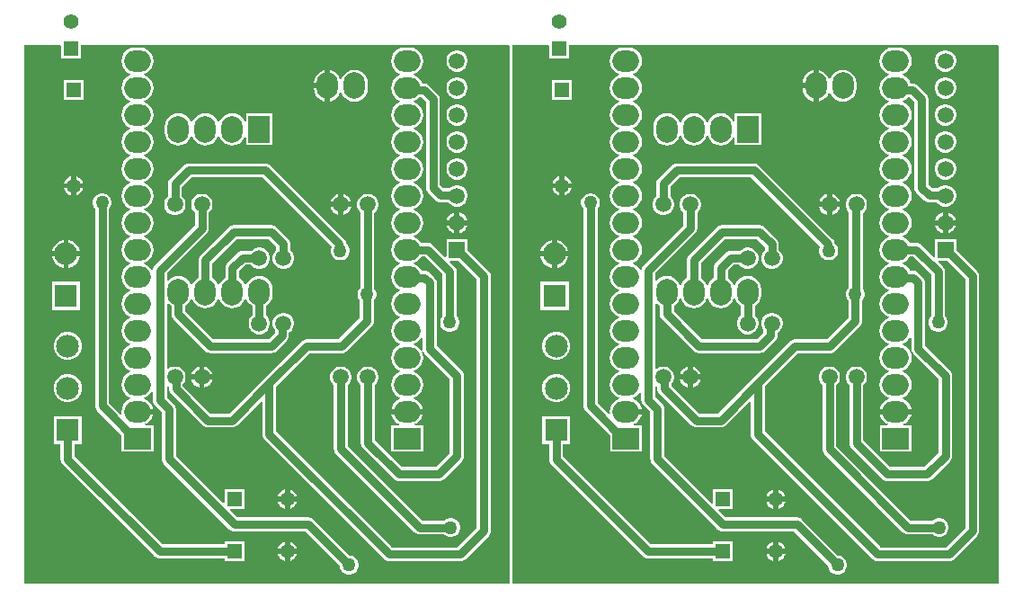
<source format=gbr>
G04*
G04 #@! TF.GenerationSoftware,Altium Limited,Altium Designer,25.4.2 (15)*
G04*
G04 Layer_Physical_Order=2*
G04 Layer_Color=16711680*
%FSLAX44Y44*%
%MOMM*%
G71*
G04*
G04 #@! TF.SameCoordinates,D781D73C-FE54-440B-B5B4-6B714C508266*
G04*
G04*
G04 #@! TF.FilePolarity,Positive*
G04*
G01*
G75*
%ADD12C,0.8000*%
%ADD13C,1.5000*%
%ADD14C,1.3500*%
%ADD15R,1.3500X1.3500*%
%ADD16O,2.0000X2.5000*%
%ADD17R,2.0000X2.5000*%
%ADD18R,1.5000X1.5000*%
%ADD19O,2.5000X2.0000*%
%ADD20R,2.5000X2.0000*%
%ADD21C,2.1500*%
%ADD22R,2.1500X2.1500*%
%ADD23C,1.4000*%
%ADD24R,1.4000X1.4000*%
%ADD25R,1.3500X1.3500*%
%ADD26C,1.2700*%
G36*
X2439528Y790348D02*
X2439528Y284226D01*
X1982028D01*
Y791205D01*
X2015340Y791208D01*
X2016238Y790310D01*
Y778986D01*
X2035318D01*
Y791210D01*
X2438630Y791246D01*
X2439528Y790348D01*
D02*
G37*
G36*
X1979468D02*
X1979468Y284226D01*
X1521968D01*
Y791205D01*
X1555280Y791208D01*
X1556178Y790310D01*
Y778986D01*
X1575258D01*
Y791210D01*
X1978570Y791246D01*
X1979468Y790348D01*
D02*
G37*
%LPC*%
G36*
X2390850Y786566D02*
X2388206D01*
X2385653Y785882D01*
X2383363Y784560D01*
X2381494Y782691D01*
X2380172Y780401D01*
X2379488Y777848D01*
Y775204D01*
X2380172Y772651D01*
X2381494Y770361D01*
X2383363Y768492D01*
X2385653Y767170D01*
X2388206Y766486D01*
X2390850D01*
X2393403Y767170D01*
X2395693Y768492D01*
X2397562Y770361D01*
X2398884Y772651D01*
X2399568Y775204D01*
Y777848D01*
X2398884Y780401D01*
X2397562Y782691D01*
X2395693Y784560D01*
X2393403Y785882D01*
X2390850Y786566D01*
D02*
G37*
G36*
X2292878Y768174D02*
X2289604Y767743D01*
X2286554Y766480D01*
X2283934Y764470D01*
X2281924Y761850D01*
X2280865Y759293D01*
X2279491D01*
X2278432Y761850D01*
X2276422Y764470D01*
X2273802Y766480D01*
X2270752Y767743D01*
X2269978Y767845D01*
Y753026D01*
Y738207D01*
X2270752Y738309D01*
X2273802Y739572D01*
X2276422Y741582D01*
X2278432Y744202D01*
X2279491Y746759D01*
X2280865D01*
X2281924Y744202D01*
X2283934Y741582D01*
X2286554Y739572D01*
X2289604Y738309D01*
X2292878Y737878D01*
X2296152Y738309D01*
X2299202Y739572D01*
X2301822Y741582D01*
X2303832Y744202D01*
X2305095Y747252D01*
X2305526Y750526D01*
Y755526D01*
X2305095Y758800D01*
X2303832Y761850D01*
X2301822Y764470D01*
X2299202Y766480D01*
X2296152Y767743D01*
X2292878Y768174D01*
D02*
G37*
G36*
X2264978Y767845D02*
X2264204Y767743D01*
X2261154Y766480D01*
X2258534Y764470D01*
X2256524Y761850D01*
X2255261Y758800D01*
X2254830Y755526D01*
D01*
X2264978D01*
Y767845D01*
D02*
G37*
G36*
X2390850Y761166D02*
X2388206D01*
X2385653Y760482D01*
X2383363Y759160D01*
X2381494Y757291D01*
X2380172Y755001D01*
X2379488Y752448D01*
Y749804D01*
X2380172Y747251D01*
X2381494Y744961D01*
X2383363Y743092D01*
X2385653Y741770D01*
X2388206Y741086D01*
X2390850D01*
X2393403Y741770D01*
X2395693Y743092D01*
X2397562Y744961D01*
X2398884Y747251D01*
X2399568Y749804D01*
Y752448D01*
X2398884Y755001D01*
X2397562Y757291D01*
X2395693Y759160D01*
X2393403Y760482D01*
X2390850Y761166D01*
D02*
G37*
G36*
X2037568Y758266D02*
X2018988D01*
Y739686D01*
X2037568D01*
Y758266D01*
D02*
G37*
G36*
X2264978Y750526D02*
X2254830D01*
X2255261Y747252D01*
X2256524Y744202D01*
X2258534Y741582D01*
X2261154Y739572D01*
X2264204Y738309D01*
X2264978Y738207D01*
Y750526D01*
D02*
G37*
G36*
X2177878Y727374D02*
X2174605Y726943D01*
X2171554Y725679D01*
X2168934Y723670D01*
X2166924Y721050D01*
X2165865Y718493D01*
X2164491D01*
X2163432Y721050D01*
X2161422Y723670D01*
X2158802Y725679D01*
X2155752Y726943D01*
X2152478Y727374D01*
X2149205Y726943D01*
X2146154Y725679D01*
X2143535Y723670D01*
X2141525Y721050D01*
X2140466Y718493D01*
X2139091D01*
X2138032Y721050D01*
X2136022Y723670D01*
X2133402Y725679D01*
X2130352Y726943D01*
X2127078Y727374D01*
X2123805Y726943D01*
X2120754Y725679D01*
X2118134Y723670D01*
X2116125Y721050D01*
X2114861Y717999D01*
X2114430Y714726D01*
Y709726D01*
X2114861Y706452D01*
X2116125Y703402D01*
X2118134Y700782D01*
X2120754Y698772D01*
X2123805Y697509D01*
X2127078Y697078D01*
X2130352Y697509D01*
X2133402Y698772D01*
X2136022Y700782D01*
X2138032Y703402D01*
X2139091Y705958D01*
X2140466D01*
X2141525Y703402D01*
X2143535Y700782D01*
X2146154Y698772D01*
X2149205Y697509D01*
X2152478Y697078D01*
X2155752Y697509D01*
X2158802Y698772D01*
X2161422Y700782D01*
X2163432Y703402D01*
X2164491Y705958D01*
X2165865D01*
X2166924Y703402D01*
X2168934Y700782D01*
X2171554Y698772D01*
X2174605Y697509D01*
X2177878Y697078D01*
X2181152Y697509D01*
X2184202Y698772D01*
X2186822Y700782D01*
X2188832Y703402D01*
X2189468Y704938D01*
X2190738Y704685D01*
Y697186D01*
X2215818D01*
Y727266D01*
X2190738D01*
Y719766D01*
X2189468Y719514D01*
X2188832Y721050D01*
X2186822Y723670D01*
X2184202Y725679D01*
X2181152Y726943D01*
X2177878Y727374D01*
D02*
G37*
G36*
X2390850Y735766D02*
X2388206D01*
X2385653Y735082D01*
X2383363Y733760D01*
X2381494Y731891D01*
X2380172Y729601D01*
X2379488Y727048D01*
Y724404D01*
X2380172Y721851D01*
X2381494Y719561D01*
X2383363Y717692D01*
X2385653Y716370D01*
X2388206Y715686D01*
X2390850D01*
X2393403Y716370D01*
X2395693Y717692D01*
X2397562Y719561D01*
X2398884Y721851D01*
X2399568Y724404D01*
Y727048D01*
X2398884Y729601D01*
X2397562Y731891D01*
X2395693Y733760D01*
X2393403Y735082D01*
X2390850Y735766D01*
D02*
G37*
G36*
Y710366D02*
X2388206D01*
X2385653Y709682D01*
X2383363Y708360D01*
X2381494Y706491D01*
X2380172Y704201D01*
X2379488Y701648D01*
Y699004D01*
X2380172Y696451D01*
X2381494Y694161D01*
X2383363Y692292D01*
X2385653Y690970D01*
X2388206Y690286D01*
X2390850D01*
X2393403Y690970D01*
X2395693Y692292D01*
X2397562Y694161D01*
X2398884Y696451D01*
X2399568Y699004D01*
Y701648D01*
X2398884Y704201D01*
X2397562Y706491D01*
X2395693Y708360D01*
X2393403Y709682D01*
X2390850Y710366D01*
D02*
G37*
G36*
Y684966D02*
X2388206D01*
X2385653Y684282D01*
X2383363Y682960D01*
X2381494Y681091D01*
X2380172Y678801D01*
X2379488Y676248D01*
Y673604D01*
X2380172Y671051D01*
X2381494Y668761D01*
X2383363Y666892D01*
X2385653Y665570D01*
X2388206Y664886D01*
X2390850D01*
X2393403Y665570D01*
X2395693Y666892D01*
X2397562Y668761D01*
X2398884Y671051D01*
X2399568Y673604D01*
Y676248D01*
X2398884Y678801D01*
X2397562Y681091D01*
X2395693Y682960D01*
X2393403Y684282D01*
X2390850Y684966D01*
D02*
G37*
G36*
X2030778Y667924D02*
Y661476D01*
X2037226D01*
X2036935Y662562D01*
X2035712Y664680D01*
X2033982Y666410D01*
X2031864Y667633D01*
X2030778Y667924D01*
D02*
G37*
G36*
X2025778D02*
X2024692Y667633D01*
X2022574Y666410D01*
X2020844Y664680D01*
X2019621Y662562D01*
X2019330Y661476D01*
X2025778D01*
Y667924D01*
D02*
G37*
G36*
X2037226Y656476D02*
X2030778D01*
Y650028D01*
X2031864Y650319D01*
X2033982Y651542D01*
X2035712Y653272D01*
X2036935Y655390D01*
X2037226Y656476D01*
D02*
G37*
G36*
X2025778D02*
X2019330D01*
X2019621Y655390D01*
X2020844Y653272D01*
X2022574Y651542D01*
X2024692Y650319D01*
X2025778Y650028D01*
Y656476D01*
D02*
G37*
G36*
X2282628Y651010D02*
Y643786D01*
X2289852D01*
X2289484Y645161D01*
X2288162Y647451D01*
X2286293Y649320D01*
X2284003Y650642D01*
X2282628Y651010D01*
D02*
G37*
G36*
X2277628D02*
X2276253Y650642D01*
X2273963Y649320D01*
X2272094Y647451D01*
X2270772Y645161D01*
X2270404Y643786D01*
X2277628D01*
Y651010D01*
D02*
G37*
G36*
X2289852Y638786D02*
X2282628D01*
Y631562D01*
X2284003Y631930D01*
X2286293Y633252D01*
X2288162Y635121D01*
X2289484Y637411D01*
X2289852Y638786D01*
D02*
G37*
G36*
X2277628D02*
X2270404D01*
X2270772Y637411D01*
X2272094Y635121D01*
X2273963Y633252D01*
X2276253Y631930D01*
X2277628Y631562D01*
Y638786D01*
D02*
G37*
G36*
X2392028Y633850D02*
Y626626D01*
X2399252D01*
X2398884Y628001D01*
X2397562Y630291D01*
X2395693Y632160D01*
X2393403Y633482D01*
X2392028Y633850D01*
D02*
G37*
G36*
X2387028D02*
X2385653Y633482D01*
X2383363Y632160D01*
X2381494Y630291D01*
X2380172Y628001D01*
X2379804Y626626D01*
X2387028D01*
Y633850D01*
D02*
G37*
G36*
X2399252Y621626D02*
X2392028D01*
Y614402D01*
X2393403Y614770D01*
X2395693Y616092D01*
X2397562Y617961D01*
X2398884Y620251D01*
X2399252Y621626D01*
D02*
G37*
G36*
X2387028D02*
X2379804D01*
X2380172Y620251D01*
X2381494Y617961D01*
X2383363Y616092D01*
X2385653Y614770D01*
X2387028Y614402D01*
Y621626D01*
D02*
G37*
G36*
X2023778Y607815D02*
Y597226D01*
X2034367D01*
X2033662Y599856D01*
X2031913Y602886D01*
X2029438Y605361D01*
X2026408Y607110D01*
X2023778Y607815D01*
D02*
G37*
G36*
X2018778D02*
X2016148Y607110D01*
X2013118Y605361D01*
X2010643Y602886D01*
X2008894Y599856D01*
X2008189Y597226D01*
X2018778D01*
Y607815D01*
D02*
G37*
G36*
X2209136Y680158D02*
X2136528D01*
X2134821Y679934D01*
X2133230Y679275D01*
X2131864Y678226D01*
X2119114Y665477D01*
X2118065Y664110D01*
X2117406Y662520D01*
X2117182Y660812D01*
Y648888D01*
X2115744Y647451D01*
X2114422Y645161D01*
X2113738Y642608D01*
Y639964D01*
X2114422Y637411D01*
X2115744Y635121D01*
X2117613Y633252D01*
X2119903Y631930D01*
X2122456Y631246D01*
X2125100D01*
X2127653Y631930D01*
X2129943Y633252D01*
X2131812Y635121D01*
X2133134Y637411D01*
X2133818Y639964D01*
Y642608D01*
X2133134Y645161D01*
X2131812Y647451D01*
X2130375Y648888D01*
Y658080D01*
X2139260Y666966D01*
X2206404D01*
X2271598Y601771D01*
X2271244Y601157D01*
X2270638Y598896D01*
Y596556D01*
X2271244Y594295D01*
X2272414Y592267D01*
X2274069Y590612D01*
X2276097Y589442D01*
X2278358Y588836D01*
X2280698D01*
X2282959Y589442D01*
X2284987Y590612D01*
X2286642Y592267D01*
X2287812Y594295D01*
X2288418Y596556D01*
Y598896D01*
X2287812Y601157D01*
X2286642Y603185D01*
X2285145Y604682D01*
X2285000Y605776D01*
X2284341Y607367D01*
X2283293Y608734D01*
X2213800Y678226D01*
X2212434Y679275D01*
X2210843Y679934D01*
X2209136Y680158D01*
D02*
G37*
G36*
X2034367Y592226D02*
X2023778D01*
Y581637D01*
X2026408Y582342D01*
X2029438Y584091D01*
X2031913Y586566D01*
X2033662Y589596D01*
X2034367Y592226D01*
D02*
G37*
G36*
X2018778D02*
X2008189D01*
X2008894Y589596D01*
X2010643Y586566D01*
X2013118Y584091D01*
X2016148Y582342D01*
X2018778Y581637D01*
Y592226D01*
D02*
G37*
G36*
X2034568Y568416D02*
X2007988D01*
Y541836D01*
X2034568D01*
Y568416D01*
D02*
G37*
G36*
X2024528Y521366D02*
X2021028D01*
X2017648Y520460D01*
X2014618Y518711D01*
X2012144Y516236D01*
X2010394Y513206D01*
X2009488Y509826D01*
Y506326D01*
X2010394Y502946D01*
X2012144Y499916D01*
X2014618Y497441D01*
X2017648Y495692D01*
X2021028Y494786D01*
X2024528D01*
X2027908Y495692D01*
X2030938Y497441D01*
X2033413Y499916D01*
X2035163Y502946D01*
X2036068Y506326D01*
Y509826D01*
X2035163Y513206D01*
X2033413Y516236D01*
X2030938Y518711D01*
X2027908Y520460D01*
X2024528Y521366D01*
D02*
G37*
G36*
X2151678Y488450D02*
Y481226D01*
X2158902D01*
X2158534Y482601D01*
X2157212Y484891D01*
X2155343Y486760D01*
X2153053Y488082D01*
X2151678Y488450D01*
D02*
G37*
G36*
X2146678Y488450D02*
X2145303Y488082D01*
X2143013Y486760D01*
X2141144Y484891D01*
X2139822Y482601D01*
X2139454Y481226D01*
X2146678D01*
Y488450D01*
D02*
G37*
G36*
X2158902Y476226D02*
X2151678D01*
Y469002D01*
X2153053Y469370D01*
X2155343Y470692D01*
X2157212Y472561D01*
X2158534Y474851D01*
X2158902Y476226D01*
D02*
G37*
G36*
X2146678D02*
X2139454D01*
X2139822Y474851D01*
X2141144Y472561D01*
X2143013Y470692D01*
X2145303Y469370D01*
X2146678Y469002D01*
Y476226D01*
D02*
G37*
G36*
X2024528Y481766D02*
X2021028D01*
X2017648Y480860D01*
X2014618Y479110D01*
X2012144Y476636D01*
X2010394Y473606D01*
X2009488Y470225D01*
Y466726D01*
X2010394Y463346D01*
X2012144Y460316D01*
X2014618Y457841D01*
X2017648Y456091D01*
X2021028Y455186D01*
X2024528D01*
X2027908Y456091D01*
X2030938Y457841D01*
X2033413Y460316D01*
X2035163Y463346D01*
X2036068Y466726D01*
Y470225D01*
X2035163Y473606D01*
X2033413Y476636D01*
X2030938Y479110D01*
X2027908Y480860D01*
X2024528Y481766D01*
D02*
G37*
G36*
X2357347Y443826D02*
X2327709D01*
X2327811Y443052D01*
X2329074Y440002D01*
X2331084Y437382D01*
X2333704Y435372D01*
X2335240Y434736D01*
X2334988Y433466D01*
X2327488D01*
Y408386D01*
X2357568D01*
Y433466D01*
X2350069D01*
X2349816Y434736D01*
X2351352Y435372D01*
X2353972Y437382D01*
X2355982Y440002D01*
X2357245Y443052D01*
X2357347Y443826D01*
D02*
G37*
G36*
X2232278Y372924D02*
Y366476D01*
X2238726D01*
X2238435Y367562D01*
X2237212Y369680D01*
X2235482Y371410D01*
X2233364Y372633D01*
X2232278Y372924D01*
D02*
G37*
G36*
X2227278D02*
X2226192Y372633D01*
X2224074Y371410D01*
X2222344Y369680D01*
X2221121Y367562D01*
X2220830Y366476D01*
X2227278D01*
Y372924D01*
D02*
G37*
G36*
X2238726Y361476D02*
X2232278D01*
Y355028D01*
X2233364Y355319D01*
X2235482Y356542D01*
X2237212Y358272D01*
X2238435Y360390D01*
X2238726Y361476D01*
D02*
G37*
G36*
X2227278D02*
X2220830D01*
X2221121Y360390D01*
X2222344Y358272D01*
X2224074Y356542D01*
X2226192Y355319D01*
X2227278Y355028D01*
Y361476D01*
D02*
G37*
G36*
X2281450Y488766D02*
X2278806D01*
X2276253Y488082D01*
X2273963Y486760D01*
X2272094Y484891D01*
X2270772Y482601D01*
X2270088Y480048D01*
Y477404D01*
X2270772Y474851D01*
X2272094Y472561D01*
X2273531Y471124D01*
Y411226D01*
X2273756Y409519D01*
X2274415Y407928D01*
X2275464Y406562D01*
X2349464Y332562D01*
X2350830Y331513D01*
X2352421Y330854D01*
X2354128Y330630D01*
X2377552D01*
X2378069Y330112D01*
X2380097Y328942D01*
X2382358Y328336D01*
X2384698D01*
X2386959Y328942D01*
X2388987Y330112D01*
X2390642Y331767D01*
X2391812Y333795D01*
X2392418Y336056D01*
Y338396D01*
X2391812Y340657D01*
X2390642Y342685D01*
X2388987Y344340D01*
X2386959Y345510D01*
X2384698Y346116D01*
X2382358D01*
X2380097Y345510D01*
X2378069Y344340D01*
X2377552Y343822D01*
X2356861D01*
X2286724Y413959D01*
Y471124D01*
X2288162Y472561D01*
X2289484Y474851D01*
X2290168Y477404D01*
Y480048D01*
X2289484Y482601D01*
X2288162Y484891D01*
X2286293Y486760D01*
X2284003Y488082D01*
X2281450Y488766D01*
D02*
G37*
G36*
X2345028Y789174D02*
X2340028D01*
X2336754Y788743D01*
X2333704Y787480D01*
X2331084Y785470D01*
X2329074Y782850D01*
X2327811Y779800D01*
X2327380Y776526D01*
X2327811Y773252D01*
X2329074Y770202D01*
X2331084Y767582D01*
X2333704Y765572D01*
X2336261Y764513D01*
Y763139D01*
X2333704Y762080D01*
X2331084Y760070D01*
X2329074Y757450D01*
X2327811Y754400D01*
X2327380Y751126D01*
X2327811Y747852D01*
X2329074Y744802D01*
X2331084Y742182D01*
X2333704Y740172D01*
X2336261Y739113D01*
Y737739D01*
X2333704Y736680D01*
X2331084Y734670D01*
X2329074Y732050D01*
X2327811Y729000D01*
X2327380Y725726D01*
X2327811Y722452D01*
X2329074Y719402D01*
X2331084Y716782D01*
X2333704Y714772D01*
X2336261Y713713D01*
Y712339D01*
X2333704Y711280D01*
X2331084Y709270D01*
X2329074Y706650D01*
X2327811Y703600D01*
X2327380Y700326D01*
X2327811Y697052D01*
X2329074Y694002D01*
X2331084Y691382D01*
X2333704Y689372D01*
X2336261Y688313D01*
Y686939D01*
X2333704Y685880D01*
X2331084Y683870D01*
X2329074Y681250D01*
X2327811Y678200D01*
X2327380Y674926D01*
X2327811Y671652D01*
X2329074Y668602D01*
X2331084Y665982D01*
X2333704Y663972D01*
X2336261Y662913D01*
Y661539D01*
X2333704Y660480D01*
X2331084Y658470D01*
X2329074Y655850D01*
X2327811Y652800D01*
X2327380Y649526D01*
X2327811Y646252D01*
X2329074Y643202D01*
X2331084Y640582D01*
X2333704Y638572D01*
X2336261Y637513D01*
Y636139D01*
X2333704Y635080D01*
X2331084Y633070D01*
X2329074Y630450D01*
X2327811Y627400D01*
X2327380Y624126D01*
X2327811Y620852D01*
X2329074Y617802D01*
X2331084Y615182D01*
X2333704Y613172D01*
X2336261Y612113D01*
Y610739D01*
X2333704Y609680D01*
X2331084Y607670D01*
X2329074Y605050D01*
X2327811Y602000D01*
X2327380Y598726D01*
X2327811Y595452D01*
X2329074Y592402D01*
X2331084Y589782D01*
X2333704Y587772D01*
X2336261Y586713D01*
Y585339D01*
X2333704Y584280D01*
X2331084Y582270D01*
X2329074Y579650D01*
X2327811Y576600D01*
X2327380Y573326D01*
X2327811Y570052D01*
X2329074Y567002D01*
X2331084Y564382D01*
X2333704Y562372D01*
X2336261Y561313D01*
Y559939D01*
X2333704Y558880D01*
X2331084Y556870D01*
X2329074Y554250D01*
X2327811Y551200D01*
X2327380Y547926D01*
X2327811Y544652D01*
X2329074Y541602D01*
X2331084Y538982D01*
X2333704Y536972D01*
X2336261Y535913D01*
Y534539D01*
X2333704Y533480D01*
X2331084Y531470D01*
X2329074Y528850D01*
X2327811Y525800D01*
X2327380Y522526D01*
X2327811Y519252D01*
X2329074Y516202D01*
X2331084Y513582D01*
X2333704Y511572D01*
X2336261Y510513D01*
Y509139D01*
X2333704Y508080D01*
X2331084Y506070D01*
X2329074Y503450D01*
X2327811Y500400D01*
X2327380Y497126D01*
X2327811Y493852D01*
X2329074Y490802D01*
X2331084Y488182D01*
X2333704Y486172D01*
X2336261Y485113D01*
Y483739D01*
X2333704Y482680D01*
X2331084Y480670D01*
X2329074Y478050D01*
X2327811Y475000D01*
X2327380Y471726D01*
X2327811Y468452D01*
X2329074Y465402D01*
X2331084Y462782D01*
X2333704Y460772D01*
X2336261Y459713D01*
Y458339D01*
X2333704Y457280D01*
X2331084Y455270D01*
X2329074Y452650D01*
X2327811Y449600D01*
X2327709Y448826D01*
X2357347D01*
X2357245Y449600D01*
X2355982Y452650D01*
X2353972Y455270D01*
X2351352Y457280D01*
X2348795Y458339D01*
Y459713D01*
X2351352Y460772D01*
X2353972Y462782D01*
X2355982Y465402D01*
X2357245Y468452D01*
X2357676Y471726D01*
X2357245Y475000D01*
X2355982Y478050D01*
X2353972Y480670D01*
X2351352Y482680D01*
X2348795Y483739D01*
Y485113D01*
X2351352Y486172D01*
X2353972Y488182D01*
X2355982Y490802D01*
X2357245Y493852D01*
X2357676Y497126D01*
X2357245Y500400D01*
X2355982Y503450D01*
X2353972Y506070D01*
X2351352Y508080D01*
X2348795Y509139D01*
Y510513D01*
X2351352Y511572D01*
X2353972Y513582D01*
X2355912Y516110D01*
X2355973Y516112D01*
X2357182Y515199D01*
Y505748D01*
X2357406Y504041D01*
X2358065Y502450D01*
X2359114Y501084D01*
X2382781Y477416D01*
Y407308D01*
X2369546Y394072D01*
X2337510D01*
X2312124Y419458D01*
Y471124D01*
X2313562Y472561D01*
X2314884Y474851D01*
X2315568Y477404D01*
Y480048D01*
X2314884Y482601D01*
X2313562Y484891D01*
X2311693Y486760D01*
X2309403Y488082D01*
X2306850Y488766D01*
X2304206D01*
X2301653Y488082D01*
X2299363Y486760D01*
X2297494Y484891D01*
X2296172Y482601D01*
X2295488Y480048D01*
Y477404D01*
X2296172Y474851D01*
X2297494Y472561D01*
X2298931Y471124D01*
Y416726D01*
X2299156Y415019D01*
X2299815Y413428D01*
X2300863Y412062D01*
X2330114Y382812D01*
X2331480Y381763D01*
X2333071Y381104D01*
X2334778Y380880D01*
X2372278D01*
X2373985Y381104D01*
X2375576Y381763D01*
X2376942Y382812D01*
X2394042Y399911D01*
X2395091Y401278D01*
X2395750Y402869D01*
X2395974Y404576D01*
Y480148D01*
X2395750Y481855D01*
X2395091Y483446D01*
X2394042Y484813D01*
X2370374Y508480D01*
Y567591D01*
X2370150Y569298D01*
X2369491Y570889D01*
X2368442Y572255D01*
X2363756Y576941D01*
X2362390Y577990D01*
X2360799Y578649D01*
X2359092Y578873D01*
X2356304D01*
X2355982Y579650D01*
X2353972Y582270D01*
X2351352Y584280D01*
X2348795Y585339D01*
Y586713D01*
X2351352Y587772D01*
X2353972Y589782D01*
X2355773Y592130D01*
X2359254D01*
X2376058Y575326D01*
Y536282D01*
X2375540Y535765D01*
X2374370Y533737D01*
X2373764Y531476D01*
Y529136D01*
X2374370Y526875D01*
X2375540Y524847D01*
X2377195Y523192D01*
X2379223Y522022D01*
X2381484Y521416D01*
X2383824D01*
X2386085Y522022D01*
X2388113Y523192D01*
X2389768Y524847D01*
X2390938Y526875D01*
X2391544Y529136D01*
Y531476D01*
X2390938Y533737D01*
X2389768Y535765D01*
X2389250Y536282D01*
Y578058D01*
X2389026Y579765D01*
X2388367Y581356D01*
X2387318Y582722D01*
X2382528Y587513D01*
X2383014Y588686D01*
X2390589D01*
X2408182Y571094D01*
Y336708D01*
X2390046Y318572D01*
X2328510D01*
X2219178Y427905D01*
Y470047D01*
X2250171Y501040D01*
X2280439D01*
X2282146Y501265D01*
X2283737Y501924D01*
X2285103Y502972D01*
X2309192Y527062D01*
X2310241Y528428D01*
X2310900Y530019D01*
X2311124Y531726D01*
Y550750D01*
X2311642Y551267D01*
X2312812Y553295D01*
X2313418Y555556D01*
Y557896D01*
X2312812Y560157D01*
X2311642Y562185D01*
X2311624Y562202D01*
Y633213D01*
X2311693Y633252D01*
X2313562Y635121D01*
X2314884Y637411D01*
X2315568Y639964D01*
Y642608D01*
X2314884Y645161D01*
X2313562Y647451D01*
X2311693Y649320D01*
X2309403Y650642D01*
X2306850Y651326D01*
X2304206D01*
X2301653Y650642D01*
X2299363Y649320D01*
X2297494Y647451D01*
X2296172Y645161D01*
X2295488Y642608D01*
Y639964D01*
X2296172Y637411D01*
X2297494Y635121D01*
X2298432Y634184D01*
Y563202D01*
X2297414Y562185D01*
X2296244Y560157D01*
X2295638Y557896D01*
Y555556D01*
X2296244Y553295D01*
X2297414Y551267D01*
X2297932Y550750D01*
Y534458D01*
X2277706Y514233D01*
X2247439D01*
X2245732Y514008D01*
X2244140Y513349D01*
X2242774Y512301D01*
X2207917Y477443D01*
X2174991Y444518D01*
X2157525D01*
X2131268Y470775D01*
Y472018D01*
X2131812Y472561D01*
X2133134Y474851D01*
X2133818Y477404D01*
Y480048D01*
X2133134Y482601D01*
X2131812Y484891D01*
X2129943Y486760D01*
X2127653Y488082D01*
X2125100Y488766D01*
X2122456D01*
X2119903Y488082D01*
X2117613Y486760D01*
X2117374Y486521D01*
X2116200Y487006D01*
Y547928D01*
X2117403Y548336D01*
X2118134Y547383D01*
X2120482Y545581D01*
Y537926D01*
X2120706Y536219D01*
X2121366Y534628D01*
X2122414Y533262D01*
X2152364Y503312D01*
X2153730Y502263D01*
X2155321Y501604D01*
X2157028Y501380D01*
X2214778D01*
X2216485Y501604D01*
X2218076Y502263D01*
X2219442Y503312D01*
X2229353Y513222D01*
X2230401Y514588D01*
X2231060Y516179D01*
X2231285Y517887D01*
Y520668D01*
X2232193Y521192D01*
X2234062Y523061D01*
X2235384Y525351D01*
X2236068Y527904D01*
Y530548D01*
X2235384Y533101D01*
X2234062Y535391D01*
X2232193Y537260D01*
X2229903Y538582D01*
X2227350Y539266D01*
X2224706D01*
X2222153Y538582D01*
X2219863Y537260D01*
X2217994Y535391D01*
X2216672Y533101D01*
X2215988Y530548D01*
Y527904D01*
X2216672Y525351D01*
X2217994Y523061D01*
X2218092Y522963D01*
Y520619D01*
X2212046Y514572D01*
X2159760D01*
X2133675Y540658D01*
Y545581D01*
X2136022Y547383D01*
X2138032Y550002D01*
X2139091Y552559D01*
X2140466D01*
X2141525Y550002D01*
X2143535Y547383D01*
X2146154Y545373D01*
X2149205Y544109D01*
X2152478Y543678D01*
X2155752Y544109D01*
X2158802Y545373D01*
X2161422Y547383D01*
X2163432Y550002D01*
X2164491Y552559D01*
X2165865D01*
X2166924Y550002D01*
X2168934Y547383D01*
X2171554Y545373D01*
X2174605Y544109D01*
X2177878Y543678D01*
X2181152Y544109D01*
X2184202Y545373D01*
X2186822Y547383D01*
X2188832Y550002D01*
X2189891Y552559D01*
X2191266D01*
X2192325Y550002D01*
X2194335Y547383D01*
X2196682Y545582D01*
Y536828D01*
X2195244Y535391D01*
X2193922Y533101D01*
X2193238Y530548D01*
Y527904D01*
X2193922Y525351D01*
X2195244Y523061D01*
X2197113Y521192D01*
X2199403Y519870D01*
X2201956Y519186D01*
X2204600D01*
X2207153Y519870D01*
X2209443Y521192D01*
X2211312Y523061D01*
X2212634Y525351D01*
X2213318Y527904D01*
Y530548D01*
X2212634Y533101D01*
X2211312Y535391D01*
X2209875Y536828D01*
Y545581D01*
X2212222Y547383D01*
X2214232Y550002D01*
X2215495Y553052D01*
X2215926Y556326D01*
Y561326D01*
X2215495Y564600D01*
X2214232Y567650D01*
X2212222Y570270D01*
X2209602Y572280D01*
X2206552Y573543D01*
X2203278Y573974D01*
X2200005Y573543D01*
X2196954Y572280D01*
X2194335Y570270D01*
X2192325Y567650D01*
X2191266Y565094D01*
X2189891D01*
X2188832Y567650D01*
X2186822Y570270D01*
X2184475Y572071D01*
Y579094D01*
X2190010Y584630D01*
X2195236D01*
X2195244Y584615D01*
X2197113Y582746D01*
X2199403Y581424D01*
X2201956Y580740D01*
X2204600D01*
X2207153Y581424D01*
X2209443Y582746D01*
X2211312Y584615D01*
X2212634Y586905D01*
X2213318Y589458D01*
Y592102D01*
X2212634Y594655D01*
X2211312Y596945D01*
X2209443Y598814D01*
X2207153Y600136D01*
X2204600Y600820D01*
X2201956D01*
X2199403Y600136D01*
X2197113Y598814D01*
X2196122Y597822D01*
X2187278D01*
X2185571Y597598D01*
X2183980Y596939D01*
X2182614Y595890D01*
X2173214Y586491D01*
X2172166Y585124D01*
X2171507Y583534D01*
X2171282Y581826D01*
Y572071D01*
X2168934Y570270D01*
X2166924Y567650D01*
X2165865Y565094D01*
X2164491D01*
X2163432Y567650D01*
X2161422Y570270D01*
X2159075Y572071D01*
Y585994D01*
X2181711Y608630D01*
X2212046D01*
X2219432Y601244D01*
Y598382D01*
X2217994Y596945D01*
X2216672Y594655D01*
X2215988Y592102D01*
Y589458D01*
X2216672Y586905D01*
X2217994Y584615D01*
X2219863Y582746D01*
X2222153Y581424D01*
X2224706Y580740D01*
X2227350D01*
X2229903Y581424D01*
X2232193Y582746D01*
X2234062Y584615D01*
X2235384Y586905D01*
X2236068Y589458D01*
Y592102D01*
X2235384Y594655D01*
X2234062Y596945D01*
X2232624Y598382D01*
Y603976D01*
X2232400Y605683D01*
X2231741Y607274D01*
X2230692Y608641D01*
X2219442Y619890D01*
X2218076Y620939D01*
X2216485Y621598D01*
X2214778Y621822D01*
X2178978D01*
X2177271Y621598D01*
X2175680Y620939D01*
X2174314Y619890D01*
X2147814Y593390D01*
X2146765Y592024D01*
X2146107Y590433D01*
X2145882Y588726D01*
Y572071D01*
X2143535Y570270D01*
X2141525Y567650D01*
X2140466Y565094D01*
X2139091D01*
X2138032Y567650D01*
X2136022Y570270D01*
X2133402Y572280D01*
X2130352Y573543D01*
X2127078Y573974D01*
X2123805Y573543D01*
X2120754Y572280D01*
X2118134Y570270D01*
X2117403Y569316D01*
X2116200Y569725D01*
Y576596D01*
X2153843Y614238D01*
X2154891Y615604D01*
X2155550Y617195D01*
X2155775Y618902D01*
Y633684D01*
X2157212Y635121D01*
X2158534Y637411D01*
X2159218Y639964D01*
Y642608D01*
X2158534Y645161D01*
X2157212Y647451D01*
X2155343Y649320D01*
X2153053Y650642D01*
X2150500Y651326D01*
X2147856D01*
X2145303Y650642D01*
X2143013Y649320D01*
X2141144Y647451D01*
X2139822Y645161D01*
X2139138Y642608D01*
Y639964D01*
X2139822Y637411D01*
X2141144Y635121D01*
X2142582Y633684D01*
Y621634D01*
X2104940Y583992D01*
X2103891Y582626D01*
X2103232Y581035D01*
X2103119Y580172D01*
X2102691Y579976D01*
X2101800Y579887D01*
X2099972Y582270D01*
X2097352Y584280D01*
X2094796Y585339D01*
Y586713D01*
X2097352Y587772D01*
X2099972Y589782D01*
X2101982Y592402D01*
X2103245Y595452D01*
X2103676Y598726D01*
X2103245Y602000D01*
X2101982Y605050D01*
X2099972Y607670D01*
X2097352Y609680D01*
X2094796Y610739D01*
Y612113D01*
X2097352Y613172D01*
X2099972Y615182D01*
X2101982Y617802D01*
X2103245Y620852D01*
X2103676Y624126D01*
X2103245Y627400D01*
X2101982Y630450D01*
X2099972Y633070D01*
X2097352Y635080D01*
X2094796Y636139D01*
Y637513D01*
X2097352Y638572D01*
X2099972Y640582D01*
X2101982Y643202D01*
X2103245Y646252D01*
X2103676Y649526D01*
X2103245Y652800D01*
X2101982Y655850D01*
X2099972Y658470D01*
X2097352Y660480D01*
X2094796Y661539D01*
Y662913D01*
X2097352Y663972D01*
X2099972Y665982D01*
X2101982Y668602D01*
X2103245Y671652D01*
X2103676Y674926D01*
X2103245Y678200D01*
X2101982Y681250D01*
X2099972Y683870D01*
X2097352Y685880D01*
X2094796Y686939D01*
Y688313D01*
X2097352Y689372D01*
X2099972Y691382D01*
X2101982Y694002D01*
X2103245Y697052D01*
X2103676Y700326D01*
X2103245Y703600D01*
X2101982Y706650D01*
X2099972Y709270D01*
X2097352Y711280D01*
X2094796Y712339D01*
Y713713D01*
X2097352Y714772D01*
X2099972Y716782D01*
X2101982Y719402D01*
X2103245Y722452D01*
X2103676Y725726D01*
X2103245Y729000D01*
X2101982Y732050D01*
X2099972Y734670D01*
X2097352Y736680D01*
X2094796Y737739D01*
Y739113D01*
X2097352Y740172D01*
X2099972Y742182D01*
X2101982Y744802D01*
X2103245Y747852D01*
X2103676Y751126D01*
X2103245Y754400D01*
X2101982Y757450D01*
X2099972Y760070D01*
X2097352Y762080D01*
X2094796Y763139D01*
Y764513D01*
X2097352Y765572D01*
X2099972Y767582D01*
X2101982Y770202D01*
X2103245Y773252D01*
X2103676Y776526D01*
X2103245Y779800D01*
X2101982Y782850D01*
X2099972Y785470D01*
X2097352Y787480D01*
X2094302Y788743D01*
X2091028Y789174D01*
X2086028D01*
X2082755Y788743D01*
X2079704Y787480D01*
X2077084Y785470D01*
X2075074Y782850D01*
X2073811Y779800D01*
X2073380Y776526D01*
X2073811Y773252D01*
X2075074Y770202D01*
X2077084Y767582D01*
X2079704Y765572D01*
X2082261Y764513D01*
Y763139D01*
X2079704Y762080D01*
X2077084Y760070D01*
X2075074Y757450D01*
X2073811Y754400D01*
X2073380Y751126D01*
X2073811Y747852D01*
X2075074Y744802D01*
X2077084Y742182D01*
X2079704Y740172D01*
X2082261Y739113D01*
Y737739D01*
X2079704Y736680D01*
X2077084Y734670D01*
X2075074Y732050D01*
X2073811Y729000D01*
X2073380Y725726D01*
X2073811Y722452D01*
X2075074Y719402D01*
X2077084Y716782D01*
X2079704Y714772D01*
X2082261Y713713D01*
Y712339D01*
X2079704Y711280D01*
X2077084Y709270D01*
X2075074Y706650D01*
X2073811Y703600D01*
X2073380Y700326D01*
X2073811Y697052D01*
X2075074Y694002D01*
X2077084Y691382D01*
X2079704Y689372D01*
X2082261Y688313D01*
Y686939D01*
X2079704Y685880D01*
X2077084Y683870D01*
X2075074Y681250D01*
X2073811Y678200D01*
X2073380Y674926D01*
X2073811Y671652D01*
X2075074Y668602D01*
X2077084Y665982D01*
X2079704Y663972D01*
X2082261Y662913D01*
Y661539D01*
X2079704Y660480D01*
X2077084Y658470D01*
X2075074Y655850D01*
X2073811Y652800D01*
X2073380Y649526D01*
X2073811Y646252D01*
X2075074Y643202D01*
X2077084Y640582D01*
X2079704Y638572D01*
X2082261Y637513D01*
Y636139D01*
X2079704Y635080D01*
X2077084Y633070D01*
X2075074Y630450D01*
X2073811Y627400D01*
X2073380Y624126D01*
X2073811Y620852D01*
X2075074Y617802D01*
X2077084Y615182D01*
X2079704Y613172D01*
X2082261Y612113D01*
Y610739D01*
X2079704Y609680D01*
X2077084Y607670D01*
X2075074Y605050D01*
X2073811Y602000D01*
X2073380Y598726D01*
X2073811Y595452D01*
X2075074Y592402D01*
X2077084Y589782D01*
X2079704Y587772D01*
X2082261Y586713D01*
Y585339D01*
X2079704Y584280D01*
X2077084Y582270D01*
X2075074Y579650D01*
X2073811Y576600D01*
X2073380Y573326D01*
X2073811Y570052D01*
X2075074Y567002D01*
X2077084Y564382D01*
X2079704Y562372D01*
X2082261Y561313D01*
Y559939D01*
X2079704Y558880D01*
X2077084Y556870D01*
X2075074Y554250D01*
X2073811Y551200D01*
X2073380Y547926D01*
X2073811Y544652D01*
X2075074Y541602D01*
X2077084Y538982D01*
X2079704Y536972D01*
X2082261Y535913D01*
Y534539D01*
X2079704Y533480D01*
X2077084Y531470D01*
X2075074Y528850D01*
X2073811Y525800D01*
X2073380Y522526D01*
X2073811Y519252D01*
X2075074Y516202D01*
X2077084Y513582D01*
X2079704Y511572D01*
X2082261Y510513D01*
Y509139D01*
X2079704Y508080D01*
X2077084Y506070D01*
X2075074Y503450D01*
X2073811Y500400D01*
X2073380Y497126D01*
X2073811Y493852D01*
X2075074Y490802D01*
X2077084Y488182D01*
X2079704Y486172D01*
X2082261Y485113D01*
Y483739D01*
X2079704Y482680D01*
X2077084Y480670D01*
X2075074Y478050D01*
X2073811Y475000D01*
X2073380Y471726D01*
X2073811Y468452D01*
X2075074Y465402D01*
X2077084Y462782D01*
X2079704Y460772D01*
X2082261Y459713D01*
Y458339D01*
X2079704Y457280D01*
X2077084Y455270D01*
X2075074Y452650D01*
X2073811Y449600D01*
X2073380Y446326D01*
X2073627Y444452D01*
X2072424Y443859D01*
X2061874Y454408D01*
Y637000D01*
X2062392Y637517D01*
X2063562Y639545D01*
X2064168Y641806D01*
Y644146D01*
X2063562Y646407D01*
X2062392Y648435D01*
X2060737Y650090D01*
X2058709Y651260D01*
X2056448Y651866D01*
X2054108D01*
X2051847Y651260D01*
X2049819Y650090D01*
X2048164Y648435D01*
X2046994Y646407D01*
X2046388Y644146D01*
Y641806D01*
X2046994Y639545D01*
X2048164Y637517D01*
X2048682Y637000D01*
Y451676D01*
X2048906Y449969D01*
X2049565Y448378D01*
X2050614Y447012D01*
X2073488Y424137D01*
Y408386D01*
X2103568D01*
Y433466D01*
X2096069D01*
X2095816Y434736D01*
X2097352Y435372D01*
X2099972Y437382D01*
X2101982Y440002D01*
X2103245Y443052D01*
X2103347Y443826D01*
X2088528D01*
Y448826D01*
X2103347D01*
X2103245Y449600D01*
X2101982Y452650D01*
X2099972Y455270D01*
X2097352Y457280D01*
X2094796Y458339D01*
Y459713D01*
X2097352Y460772D01*
X2099972Y462782D01*
X2101738Y465084D01*
X2103008Y464697D01*
Y457171D01*
X2103232Y455463D01*
X2103891Y453872D01*
X2104940Y452506D01*
X2111512Y445934D01*
Y401660D01*
X2111737Y399952D01*
X2112396Y398361D01*
X2113444Y396995D01*
X2175044Y335396D01*
X2176410Y334347D01*
X2178001Y333688D01*
X2179708Y333464D01*
X2246962D01*
X2278888Y301537D01*
Y300806D01*
X2279494Y298545D01*
X2280664Y296518D01*
X2282319Y294862D01*
X2284346Y293692D01*
X2286608Y293086D01*
X2288948D01*
X2291209Y293692D01*
X2293237Y294862D01*
X2294892Y296518D01*
X2296062Y298545D01*
X2296668Y300806D01*
Y303147D01*
X2296062Y305408D01*
X2294892Y307435D01*
X2293237Y309090D01*
X2291209Y310260D01*
X2288948Y310866D01*
X2288217D01*
X2254359Y344724D01*
X2252992Y345773D01*
X2251401Y346432D01*
X2249694Y346656D01*
X2182440D01*
X2175584Y353513D01*
X2176070Y354686D01*
X2189068D01*
Y373266D01*
X2170488D01*
Y360268D01*
X2169315Y359782D01*
X2124705Y404392D01*
Y448666D01*
X2124480Y450374D01*
X2123821Y451965D01*
X2122773Y453331D01*
X2116200Y459903D01*
Y469739D01*
X2117470Y470389D01*
X2118075Y469974D01*
Y468043D01*
X2118300Y466335D01*
X2118959Y464744D01*
X2120007Y463378D01*
X2150129Y433257D01*
X2151495Y432209D01*
X2153086Y431550D01*
X2154793Y431325D01*
X2177723D01*
X2179431Y431550D01*
X2181022Y432209D01*
X2182388Y433257D01*
X2204811Y455681D01*
X2205985Y455195D01*
Y425173D01*
X2206209Y423466D01*
X2206868Y421875D01*
X2207917Y420509D01*
X2321114Y307312D01*
X2322480Y306263D01*
X2324071Y305604D01*
X2325778Y305380D01*
X2392778D01*
X2394485Y305604D01*
X2396076Y306263D01*
X2397442Y307312D01*
X2419442Y329312D01*
X2420491Y330678D01*
X2421150Y332269D01*
X2421374Y333976D01*
Y573826D01*
X2421150Y575533D01*
X2420491Y577124D01*
X2419442Y578490D01*
X2399568Y598365D01*
Y608766D01*
X2379488D01*
Y592212D01*
X2378315Y591726D01*
X2366650Y603390D01*
X2365284Y604439D01*
X2363693Y605098D01*
X2361986Y605322D01*
X2355773D01*
X2353972Y607670D01*
X2351352Y609680D01*
X2348795Y610739D01*
Y612113D01*
X2351352Y613172D01*
X2353972Y615182D01*
X2355982Y617802D01*
X2357245Y620852D01*
X2357676Y624126D01*
X2357245Y627400D01*
X2355982Y630450D01*
X2353972Y633070D01*
X2351352Y635080D01*
X2348795Y636139D01*
Y637513D01*
X2351352Y638572D01*
X2353972Y640582D01*
X2355982Y643202D01*
X2357245Y646252D01*
X2357676Y649526D01*
X2357245Y652800D01*
X2355982Y655850D01*
X2353972Y658470D01*
X2351352Y660480D01*
X2348795Y661539D01*
Y662913D01*
X2351352Y663972D01*
X2353972Y665982D01*
X2355982Y668602D01*
X2357245Y671652D01*
X2357676Y674926D01*
X2357245Y678200D01*
X2355982Y681250D01*
X2353972Y683870D01*
X2351352Y685880D01*
X2348795Y686939D01*
Y688313D01*
X2351352Y689372D01*
X2353972Y691382D01*
X2355982Y694002D01*
X2357245Y697052D01*
X2357676Y700326D01*
X2357245Y703600D01*
X2355982Y706650D01*
X2353972Y709270D01*
X2351352Y711280D01*
X2348795Y712339D01*
Y713713D01*
X2351352Y714772D01*
X2353972Y716782D01*
X2355982Y719402D01*
X2357245Y722452D01*
X2357676Y725726D01*
X2357245Y729000D01*
X2355982Y732050D01*
X2353972Y734670D01*
X2351352Y736680D01*
X2348795Y737739D01*
Y739113D01*
X2351352Y740172D01*
X2353972Y742182D01*
X2354011Y742234D01*
X2355692D01*
X2360182Y737744D01*
Y657226D01*
X2360406Y655519D01*
X2361065Y653928D01*
X2362114Y652562D01*
X2369464Y645212D01*
X2370830Y644163D01*
X2372421Y643504D01*
X2374128Y643280D01*
X2381576D01*
X2383363Y641492D01*
X2385653Y640170D01*
X2388206Y639486D01*
X2390850D01*
X2393403Y640170D01*
X2395693Y641492D01*
X2397562Y643361D01*
X2398884Y645651D01*
X2399568Y648204D01*
Y650848D01*
X2398884Y653401D01*
X2397562Y655691D01*
X2395693Y657560D01*
X2393403Y658882D01*
X2390850Y659566D01*
X2388206D01*
X2385653Y658882D01*
X2383363Y657560D01*
X2382276Y656472D01*
X2376860D01*
X2373374Y659958D01*
Y740476D01*
X2373150Y742183D01*
X2372491Y743774D01*
X2371442Y745140D01*
X2363089Y753494D01*
X2361722Y754543D01*
X2360131Y755202D01*
X2358424Y755426D01*
X2356820D01*
X2355982Y757450D01*
X2353972Y760070D01*
X2351352Y762080D01*
X2348795Y763139D01*
Y764513D01*
X2351352Y765572D01*
X2353972Y767582D01*
X2355982Y770202D01*
X2357245Y773252D01*
X2357676Y776526D01*
X2357245Y779800D01*
X2355982Y782850D01*
X2353972Y785470D01*
X2351352Y787480D01*
X2348302Y788743D01*
X2345028Y789174D01*
D02*
G37*
G36*
X2232278Y323674D02*
Y317226D01*
X2238726D01*
X2238435Y318312D01*
X2237212Y320430D01*
X2235482Y322160D01*
X2233364Y323383D01*
X2232278Y323674D01*
D02*
G37*
G36*
X2227278D02*
X2226192Y323383D01*
X2224074Y322160D01*
X2222344Y320430D01*
X2221121Y318312D01*
X2220830Y317226D01*
X2227278D01*
Y323674D01*
D02*
G37*
G36*
X2238726Y312226D02*
X2232278D01*
Y305778D01*
X2233364Y306069D01*
X2235482Y307292D01*
X2237212Y309022D01*
X2238435Y311140D01*
X2238726Y312226D01*
D02*
G37*
G36*
X2227278D02*
X2220830D01*
X2221121Y311140D01*
X2222344Y309022D01*
X2224074Y307292D01*
X2226192Y306069D01*
X2227278Y305778D01*
Y312226D01*
D02*
G37*
G36*
X2036068Y442166D02*
X2009488D01*
Y415586D01*
X2016182D01*
Y401476D01*
X2016407Y399768D01*
X2017065Y398178D01*
X2018114Y396811D01*
X2104864Y310062D01*
X2106230Y309013D01*
X2107821Y308354D01*
X2109528Y308130D01*
X2170488D01*
Y305436D01*
X2189068D01*
Y324016D01*
X2170488D01*
Y321323D01*
X2112260D01*
X2029375Y404208D01*
Y415586D01*
X2036068D01*
Y442166D01*
D02*
G37*
G36*
X1930790Y786566D02*
X1928146D01*
X1925593Y785882D01*
X1923303Y784560D01*
X1921434Y782691D01*
X1920112Y780401D01*
X1919428Y777848D01*
Y775204D01*
X1920112Y772651D01*
X1921434Y770361D01*
X1923303Y768492D01*
X1925593Y767170D01*
X1928146Y766486D01*
X1930790D01*
X1933343Y767170D01*
X1935633Y768492D01*
X1937502Y770361D01*
X1938824Y772651D01*
X1939508Y775204D01*
Y777848D01*
X1938824Y780401D01*
X1937502Y782691D01*
X1935633Y784560D01*
X1933343Y785882D01*
X1930790Y786566D01*
D02*
G37*
G36*
X1832818Y768174D02*
X1829544Y767743D01*
X1826494Y766480D01*
X1823874Y764470D01*
X1821864Y761850D01*
X1820805Y759293D01*
X1819431D01*
X1818372Y761850D01*
X1816362Y764470D01*
X1813742Y766480D01*
X1810692Y767743D01*
X1809918Y767845D01*
Y753026D01*
Y738207D01*
X1810692Y738309D01*
X1813742Y739572D01*
X1816362Y741582D01*
X1818372Y744202D01*
X1819431Y746759D01*
X1820805D01*
X1821864Y744202D01*
X1823874Y741582D01*
X1826494Y739572D01*
X1829544Y738309D01*
X1832818Y737878D01*
X1836092Y738309D01*
X1839142Y739572D01*
X1841762Y741582D01*
X1843772Y744202D01*
X1845035Y747252D01*
X1845466Y750526D01*
Y755526D01*
X1845035Y758800D01*
X1843772Y761850D01*
X1841762Y764470D01*
X1839142Y766480D01*
X1836092Y767743D01*
X1832818Y768174D01*
D02*
G37*
G36*
X1804918Y767845D02*
X1804144Y767743D01*
X1801094Y766480D01*
X1798474Y764470D01*
X1796464Y761850D01*
X1795201Y758800D01*
X1794770Y755526D01*
D01*
X1804918D01*
Y767845D01*
D02*
G37*
G36*
X1930790Y761166D02*
X1928146D01*
X1925593Y760482D01*
X1923303Y759160D01*
X1921434Y757291D01*
X1920112Y755001D01*
X1919428Y752448D01*
Y749804D01*
X1920112Y747251D01*
X1921434Y744961D01*
X1923303Y743092D01*
X1925593Y741770D01*
X1928146Y741086D01*
X1930790D01*
X1933343Y741770D01*
X1935633Y743092D01*
X1937502Y744961D01*
X1938824Y747251D01*
X1939508Y749804D01*
Y752448D01*
X1938824Y755001D01*
X1937502Y757291D01*
X1935633Y759160D01*
X1933343Y760482D01*
X1930790Y761166D01*
D02*
G37*
G36*
X1577508Y758266D02*
X1558928D01*
Y739686D01*
X1577508D01*
Y758266D01*
D02*
G37*
G36*
X1804918Y750526D02*
X1794770D01*
X1795201Y747252D01*
X1796464Y744202D01*
X1798474Y741582D01*
X1801094Y739572D01*
X1804144Y738309D01*
X1804918Y738207D01*
Y750526D01*
D02*
G37*
G36*
X1717818Y727374D02*
X1714545Y726943D01*
X1711494Y725679D01*
X1708875Y723670D01*
X1706864Y721050D01*
X1705806Y718493D01*
X1704431D01*
X1703372Y721050D01*
X1701362Y723670D01*
X1698742Y725679D01*
X1695692Y726943D01*
X1692418Y727374D01*
X1689145Y726943D01*
X1686094Y725679D01*
X1683474Y723670D01*
X1681465Y721050D01*
X1680405Y718493D01*
X1679031D01*
X1677972Y721050D01*
X1675962Y723670D01*
X1673342Y725679D01*
X1670292Y726943D01*
X1667018Y727374D01*
X1663745Y726943D01*
X1660694Y725679D01*
X1658074Y723670D01*
X1656064Y721050D01*
X1654801Y717999D01*
X1654370Y714726D01*
Y709726D01*
X1654801Y706452D01*
X1656064Y703402D01*
X1658074Y700782D01*
X1660694Y698772D01*
X1663745Y697509D01*
X1667018Y697078D01*
X1670292Y697509D01*
X1673342Y698772D01*
X1675962Y700782D01*
X1677972Y703402D01*
X1679031Y705958D01*
X1680405D01*
X1681465Y703402D01*
X1683474Y700782D01*
X1686094Y698772D01*
X1689145Y697509D01*
X1692418Y697078D01*
X1695692Y697509D01*
X1698742Y698772D01*
X1701362Y700782D01*
X1703372Y703402D01*
X1704431Y705958D01*
X1705806D01*
X1706864Y703402D01*
X1708875Y700782D01*
X1711494Y698772D01*
X1714545Y697509D01*
X1717818Y697078D01*
X1721092Y697509D01*
X1724142Y698772D01*
X1726762Y700782D01*
X1728772Y703402D01*
X1729408Y704938D01*
X1730678Y704685D01*
Y697186D01*
X1755758D01*
Y727266D01*
X1730678D01*
Y719766D01*
X1729408Y719514D01*
X1728772Y721050D01*
X1726762Y723670D01*
X1724142Y725679D01*
X1721092Y726943D01*
X1717818Y727374D01*
D02*
G37*
G36*
X1930790Y735766D02*
X1928146D01*
X1925593Y735082D01*
X1923303Y733760D01*
X1921434Y731891D01*
X1920112Y729601D01*
X1919428Y727048D01*
Y724404D01*
X1920112Y721851D01*
X1921434Y719561D01*
X1923303Y717692D01*
X1925593Y716370D01*
X1928146Y715686D01*
X1930790D01*
X1933343Y716370D01*
X1935633Y717692D01*
X1937502Y719561D01*
X1938824Y721851D01*
X1939508Y724404D01*
Y727048D01*
X1938824Y729601D01*
X1937502Y731891D01*
X1935633Y733760D01*
X1933343Y735082D01*
X1930790Y735766D01*
D02*
G37*
G36*
Y710366D02*
X1928146D01*
X1925593Y709682D01*
X1923303Y708360D01*
X1921434Y706491D01*
X1920112Y704201D01*
X1919428Y701648D01*
Y699004D01*
X1920112Y696451D01*
X1921434Y694161D01*
X1923303Y692292D01*
X1925593Y690970D01*
X1928146Y690286D01*
X1930790D01*
X1933343Y690970D01*
X1935633Y692292D01*
X1937502Y694161D01*
X1938824Y696451D01*
X1939508Y699004D01*
Y701648D01*
X1938824Y704201D01*
X1937502Y706491D01*
X1935633Y708360D01*
X1933343Y709682D01*
X1930790Y710366D01*
D02*
G37*
G36*
Y684966D02*
X1928146D01*
X1925593Y684282D01*
X1923303Y682960D01*
X1921434Y681091D01*
X1920112Y678801D01*
X1919428Y676248D01*
Y673604D01*
X1920112Y671051D01*
X1921434Y668761D01*
X1923303Y666892D01*
X1925593Y665570D01*
X1928146Y664886D01*
X1930790D01*
X1933343Y665570D01*
X1935633Y666892D01*
X1937502Y668761D01*
X1938824Y671051D01*
X1939508Y673604D01*
Y676248D01*
X1938824Y678801D01*
X1937502Y681091D01*
X1935633Y682960D01*
X1933343Y684282D01*
X1930790Y684966D01*
D02*
G37*
G36*
X1570718Y667924D02*
Y661476D01*
X1577166D01*
X1576875Y662562D01*
X1575652Y664680D01*
X1573922Y666410D01*
X1571804Y667633D01*
X1570718Y667924D01*
D02*
G37*
G36*
X1565718D02*
X1564632Y667633D01*
X1562514Y666410D01*
X1560784Y664680D01*
X1559561Y662562D01*
X1559270Y661476D01*
X1565718D01*
Y667924D01*
D02*
G37*
G36*
X1577166Y656476D02*
X1570718D01*
Y650028D01*
X1571804Y650319D01*
X1573922Y651542D01*
X1575652Y653272D01*
X1576875Y655390D01*
X1577166Y656476D01*
D02*
G37*
G36*
X1565718D02*
X1559270D01*
X1559561Y655390D01*
X1560784Y653272D01*
X1562514Y651542D01*
X1564632Y650319D01*
X1565718Y650028D01*
Y656476D01*
D02*
G37*
G36*
X1822568Y651010D02*
Y643786D01*
X1829792D01*
X1829424Y645161D01*
X1828102Y647451D01*
X1826233Y649320D01*
X1823943Y650642D01*
X1822568Y651010D01*
D02*
G37*
G36*
X1817568D02*
X1816193Y650642D01*
X1813903Y649320D01*
X1812034Y647451D01*
X1810712Y645161D01*
X1810344Y643786D01*
X1817568D01*
Y651010D01*
D02*
G37*
G36*
X1829792Y638786D02*
X1822568D01*
Y631562D01*
X1823943Y631930D01*
X1826233Y633252D01*
X1828102Y635121D01*
X1829424Y637411D01*
X1829792Y638786D01*
D02*
G37*
G36*
X1817568D02*
X1810344D01*
X1810712Y637411D01*
X1812034Y635121D01*
X1813903Y633252D01*
X1816193Y631930D01*
X1817568Y631562D01*
Y638786D01*
D02*
G37*
G36*
X1931968Y633850D02*
Y626626D01*
X1939192D01*
X1938824Y628001D01*
X1937502Y630291D01*
X1935633Y632160D01*
X1933343Y633482D01*
X1931968Y633850D01*
D02*
G37*
G36*
X1926968D02*
X1925593Y633482D01*
X1923303Y632160D01*
X1921434Y630291D01*
X1920112Y628001D01*
X1919744Y626626D01*
X1926968D01*
Y633850D01*
D02*
G37*
G36*
X1939192Y621626D02*
X1931968D01*
Y614402D01*
X1933343Y614770D01*
X1935633Y616092D01*
X1937502Y617961D01*
X1938824Y620251D01*
X1939192Y621626D01*
D02*
G37*
G36*
X1926968D02*
X1919744D01*
X1920112Y620251D01*
X1921434Y617961D01*
X1923303Y616092D01*
X1925593Y614770D01*
X1926968Y614402D01*
Y621626D01*
D02*
G37*
G36*
X1563718Y607815D02*
Y597226D01*
X1574307D01*
X1573602Y599856D01*
X1571853Y602886D01*
X1569378Y605361D01*
X1566348Y607110D01*
X1563718Y607815D01*
D02*
G37*
G36*
X1558718D02*
X1556088Y607110D01*
X1553058Y605361D01*
X1550583Y602886D01*
X1548834Y599856D01*
X1548129Y597226D01*
X1558718D01*
Y607815D01*
D02*
G37*
G36*
X1749076Y680158D02*
X1676468D01*
X1674761Y679934D01*
X1673170Y679275D01*
X1671804Y678226D01*
X1659054Y665477D01*
X1658006Y664110D01*
X1657346Y662520D01*
X1657122Y660812D01*
Y648888D01*
X1655684Y647451D01*
X1654362Y645161D01*
X1653678Y642608D01*
Y639964D01*
X1654362Y637411D01*
X1655684Y635121D01*
X1657553Y633252D01*
X1659843Y631930D01*
X1662396Y631246D01*
X1665040D01*
X1667593Y631930D01*
X1669883Y633252D01*
X1671752Y635121D01*
X1673074Y637411D01*
X1673758Y639964D01*
Y642608D01*
X1673074Y645161D01*
X1671752Y647451D01*
X1670315Y648888D01*
Y658080D01*
X1679200Y666966D01*
X1746344D01*
X1811538Y601771D01*
X1811184Y601157D01*
X1810578Y598896D01*
Y596556D01*
X1811184Y594295D01*
X1812354Y592267D01*
X1814009Y590612D01*
X1816037Y589442D01*
X1818298Y588836D01*
X1820638D01*
X1822899Y589442D01*
X1824927Y590612D01*
X1826582Y592267D01*
X1827752Y594295D01*
X1828358Y596556D01*
Y598896D01*
X1827752Y601157D01*
X1826582Y603185D01*
X1825085Y604682D01*
X1824940Y605776D01*
X1824281Y607367D01*
X1823233Y608734D01*
X1753740Y678226D01*
X1752374Y679275D01*
X1750783Y679934D01*
X1749076Y680158D01*
D02*
G37*
G36*
X1574307Y592226D02*
X1563718D01*
Y581637D01*
X1566348Y582342D01*
X1569378Y584091D01*
X1571853Y586566D01*
X1573602Y589596D01*
X1574307Y592226D01*
D02*
G37*
G36*
X1558718D02*
X1548129D01*
X1548834Y589596D01*
X1550583Y586566D01*
X1553058Y584091D01*
X1556088Y582342D01*
X1558718Y581637D01*
Y592226D01*
D02*
G37*
G36*
X1574508Y568416D02*
X1547928D01*
Y541836D01*
X1574508D01*
Y568416D01*
D02*
G37*
G36*
X1564468Y521366D02*
X1560968D01*
X1557588Y520460D01*
X1554558Y518711D01*
X1552083Y516236D01*
X1550334Y513206D01*
X1549428Y509826D01*
Y506326D01*
X1550334Y502946D01*
X1552083Y499916D01*
X1554558Y497441D01*
X1557588Y495692D01*
X1560968Y494786D01*
X1564468D01*
X1567848Y495692D01*
X1570878Y497441D01*
X1573353Y499916D01*
X1575103Y502946D01*
X1576008Y506326D01*
Y509826D01*
X1575103Y513206D01*
X1573353Y516236D01*
X1570878Y518711D01*
X1567848Y520460D01*
X1564468Y521366D01*
D02*
G37*
G36*
X1691618Y488450D02*
Y481226D01*
X1698842D01*
X1698474Y482601D01*
X1697152Y484891D01*
X1695283Y486760D01*
X1692993Y488082D01*
X1691618Y488450D01*
D02*
G37*
G36*
X1686618Y488450D02*
X1685243Y488082D01*
X1682953Y486760D01*
X1681084Y484891D01*
X1679762Y482601D01*
X1679394Y481226D01*
X1686618D01*
Y488450D01*
D02*
G37*
G36*
X1698842Y476226D02*
X1691618D01*
Y469002D01*
X1692993Y469370D01*
X1695283Y470692D01*
X1697152Y472561D01*
X1698474Y474851D01*
X1698842Y476226D01*
D02*
G37*
G36*
X1686618D02*
X1679394D01*
X1679762Y474851D01*
X1681084Y472561D01*
X1682953Y470692D01*
X1685243Y469370D01*
X1686618Y469002D01*
Y476226D01*
D02*
G37*
G36*
X1564468Y481766D02*
X1560968D01*
X1557588Y480860D01*
X1554558Y479110D01*
X1552083Y476636D01*
X1550334Y473606D01*
X1549428Y470225D01*
Y466726D01*
X1550334Y463346D01*
X1552083Y460316D01*
X1554558Y457841D01*
X1557588Y456091D01*
X1560968Y455186D01*
X1564468D01*
X1567848Y456091D01*
X1570878Y457841D01*
X1573353Y460316D01*
X1575103Y463346D01*
X1576008Y466726D01*
Y470225D01*
X1575103Y473606D01*
X1573353Y476636D01*
X1570878Y479110D01*
X1567848Y480860D01*
X1564468Y481766D01*
D02*
G37*
G36*
X1897287Y443826D02*
X1867649D01*
X1867751Y443052D01*
X1869014Y440002D01*
X1871024Y437382D01*
X1873644Y435372D01*
X1875180Y434736D01*
X1874928Y433466D01*
X1867428D01*
Y408386D01*
X1897508D01*
Y433466D01*
X1890009D01*
X1889756Y434736D01*
X1891292Y435372D01*
X1893912Y437382D01*
X1895922Y440002D01*
X1897185Y443052D01*
X1897287Y443826D01*
D02*
G37*
G36*
X1772218Y372924D02*
Y366476D01*
X1778666D01*
X1778375Y367562D01*
X1777152Y369680D01*
X1775422Y371410D01*
X1773304Y372633D01*
X1772218Y372924D01*
D02*
G37*
G36*
X1767218D02*
X1766132Y372633D01*
X1764014Y371410D01*
X1762284Y369680D01*
X1761061Y367562D01*
X1760770Y366476D01*
X1767218D01*
Y372924D01*
D02*
G37*
G36*
X1778666Y361476D02*
X1772218D01*
Y355028D01*
X1773304Y355319D01*
X1775422Y356542D01*
X1777152Y358272D01*
X1778375Y360390D01*
X1778666Y361476D01*
D02*
G37*
G36*
X1767218D02*
X1760770D01*
X1761061Y360390D01*
X1762284Y358272D01*
X1764014Y356542D01*
X1766132Y355319D01*
X1767218Y355028D01*
Y361476D01*
D02*
G37*
G36*
X1821390Y488766D02*
X1818746D01*
X1816193Y488082D01*
X1813903Y486760D01*
X1812034Y484891D01*
X1810712Y482601D01*
X1810028Y480048D01*
Y477404D01*
X1810712Y474851D01*
X1812034Y472561D01*
X1813472Y471124D01*
Y411226D01*
X1813696Y409519D01*
X1814355Y407928D01*
X1815403Y406562D01*
X1889404Y332562D01*
X1890770Y331513D01*
X1892361Y330854D01*
X1894068Y330630D01*
X1917492D01*
X1918009Y330112D01*
X1920037Y328942D01*
X1922298Y328336D01*
X1924638D01*
X1926899Y328942D01*
X1928927Y330112D01*
X1930582Y331767D01*
X1931752Y333795D01*
X1932358Y336056D01*
Y338396D01*
X1931752Y340657D01*
X1930582Y342685D01*
X1928927Y344340D01*
X1926899Y345510D01*
X1924638Y346116D01*
X1922298D01*
X1920037Y345510D01*
X1918009Y344340D01*
X1917492Y343822D01*
X1896801D01*
X1826664Y413959D01*
Y471124D01*
X1828102Y472561D01*
X1829424Y474851D01*
X1830108Y477404D01*
Y480048D01*
X1829424Y482601D01*
X1828102Y484891D01*
X1826233Y486760D01*
X1823943Y488082D01*
X1821390Y488766D01*
D02*
G37*
G36*
X1884968Y789174D02*
X1879968D01*
X1876694Y788743D01*
X1873644Y787480D01*
X1871024Y785470D01*
X1869014Y782850D01*
X1867751Y779800D01*
X1867320Y776526D01*
X1867751Y773252D01*
X1869014Y770202D01*
X1871024Y767582D01*
X1873644Y765572D01*
X1876201Y764513D01*
Y763139D01*
X1873644Y762080D01*
X1871024Y760070D01*
X1869014Y757450D01*
X1867751Y754400D01*
X1867320Y751126D01*
X1867751Y747852D01*
X1869014Y744802D01*
X1871024Y742182D01*
X1873644Y740172D01*
X1876201Y739113D01*
Y737739D01*
X1873644Y736680D01*
X1871024Y734670D01*
X1869014Y732050D01*
X1867751Y729000D01*
X1867320Y725726D01*
X1867751Y722452D01*
X1869014Y719402D01*
X1871024Y716782D01*
X1873644Y714772D01*
X1876201Y713713D01*
Y712339D01*
X1873644Y711280D01*
X1871024Y709270D01*
X1869014Y706650D01*
X1867751Y703600D01*
X1867320Y700326D01*
X1867751Y697052D01*
X1869014Y694002D01*
X1871024Y691382D01*
X1873644Y689372D01*
X1876201Y688313D01*
Y686939D01*
X1873644Y685880D01*
X1871024Y683870D01*
X1869014Y681250D01*
X1867751Y678200D01*
X1867320Y674926D01*
X1867751Y671652D01*
X1869014Y668602D01*
X1871024Y665982D01*
X1873644Y663972D01*
X1876201Y662913D01*
Y661539D01*
X1873644Y660480D01*
X1871024Y658470D01*
X1869014Y655850D01*
X1867751Y652800D01*
X1867320Y649526D01*
X1867751Y646252D01*
X1869014Y643202D01*
X1871024Y640582D01*
X1873644Y638572D01*
X1876201Y637513D01*
Y636139D01*
X1873644Y635080D01*
X1871024Y633070D01*
X1869014Y630450D01*
X1867751Y627400D01*
X1867320Y624126D01*
X1867751Y620852D01*
X1869014Y617802D01*
X1871024Y615182D01*
X1873644Y613172D01*
X1876201Y612113D01*
Y610739D01*
X1873644Y609680D01*
X1871024Y607670D01*
X1869014Y605050D01*
X1867751Y602000D01*
X1867320Y598726D01*
X1867751Y595452D01*
X1869014Y592402D01*
X1871024Y589782D01*
X1873644Y587772D01*
X1876201Y586713D01*
Y585339D01*
X1873644Y584280D01*
X1871024Y582270D01*
X1869014Y579650D01*
X1867751Y576600D01*
X1867320Y573326D01*
X1867751Y570052D01*
X1869014Y567002D01*
X1871024Y564382D01*
X1873644Y562372D01*
X1876201Y561313D01*
Y559939D01*
X1873644Y558880D01*
X1871024Y556870D01*
X1869014Y554250D01*
X1867751Y551200D01*
X1867320Y547926D01*
X1867751Y544652D01*
X1869014Y541602D01*
X1871024Y538982D01*
X1873644Y536972D01*
X1876201Y535913D01*
Y534539D01*
X1873644Y533480D01*
X1871024Y531470D01*
X1869014Y528850D01*
X1867751Y525800D01*
X1867320Y522526D01*
X1867751Y519252D01*
X1869014Y516202D01*
X1871024Y513582D01*
X1873644Y511572D01*
X1876201Y510513D01*
Y509139D01*
X1873644Y508080D01*
X1871024Y506070D01*
X1869014Y503450D01*
X1867751Y500400D01*
X1867320Y497126D01*
X1867751Y493852D01*
X1869014Y490802D01*
X1871024Y488182D01*
X1873644Y486172D01*
X1876201Y485113D01*
Y483739D01*
X1873644Y482680D01*
X1871024Y480670D01*
X1869014Y478050D01*
X1867751Y475000D01*
X1867320Y471726D01*
X1867751Y468452D01*
X1869014Y465402D01*
X1871024Y462782D01*
X1873644Y460772D01*
X1876201Y459713D01*
Y458339D01*
X1873644Y457280D01*
X1871024Y455270D01*
X1869014Y452650D01*
X1867751Y449600D01*
X1867649Y448826D01*
X1897287D01*
X1897185Y449600D01*
X1895922Y452650D01*
X1893912Y455270D01*
X1891292Y457280D01*
X1888736Y458339D01*
Y459713D01*
X1891292Y460772D01*
X1893912Y462782D01*
X1895922Y465402D01*
X1897185Y468452D01*
X1897616Y471726D01*
X1897185Y475000D01*
X1895922Y478050D01*
X1893912Y480670D01*
X1891292Y482680D01*
X1888736Y483739D01*
Y485113D01*
X1891292Y486172D01*
X1893912Y488182D01*
X1895922Y490802D01*
X1897185Y493852D01*
X1897616Y497126D01*
X1897185Y500400D01*
X1895922Y503450D01*
X1893912Y506070D01*
X1891292Y508080D01*
X1888736Y509139D01*
Y510513D01*
X1891292Y511572D01*
X1893912Y513582D01*
X1895852Y516110D01*
X1895913Y516112D01*
X1897122Y515199D01*
Y505748D01*
X1897346Y504041D01*
X1898005Y502450D01*
X1899054Y501084D01*
X1922722Y477416D01*
Y407308D01*
X1909486Y394072D01*
X1877450D01*
X1852064Y419458D01*
Y471124D01*
X1853502Y472561D01*
X1854824Y474851D01*
X1855508Y477404D01*
Y480048D01*
X1854824Y482601D01*
X1853502Y484891D01*
X1851633Y486760D01*
X1849343Y488082D01*
X1846790Y488766D01*
X1844146D01*
X1841593Y488082D01*
X1839303Y486760D01*
X1837434Y484891D01*
X1836112Y482601D01*
X1835428Y480048D01*
Y477404D01*
X1836112Y474851D01*
X1837434Y472561D01*
X1838871Y471124D01*
Y416726D01*
X1839096Y415019D01*
X1839755Y413428D01*
X1840804Y412062D01*
X1870054Y382812D01*
X1871420Y381763D01*
X1873011Y381104D01*
X1874718Y380880D01*
X1912218D01*
X1913925Y381104D01*
X1915516Y381763D01*
X1916882Y382812D01*
X1933982Y399911D01*
X1935031Y401278D01*
X1935690Y402869D01*
X1935914Y404576D01*
Y480148D01*
X1935690Y481855D01*
X1935031Y483446D01*
X1933982Y484813D01*
X1910314Y508480D01*
Y567591D01*
X1910090Y569298D01*
X1909431Y570889D01*
X1908382Y572255D01*
X1903696Y576941D01*
X1902330Y577990D01*
X1900739Y578649D01*
X1899032Y578873D01*
X1896243D01*
X1895922Y579650D01*
X1893912Y582270D01*
X1891292Y584280D01*
X1888736Y585339D01*
Y586713D01*
X1891292Y587772D01*
X1893912Y589782D01*
X1895713Y592130D01*
X1899194D01*
X1915998Y575326D01*
Y536282D01*
X1915480Y535765D01*
X1914310Y533737D01*
X1913704Y531476D01*
Y529136D01*
X1914310Y526875D01*
X1915480Y524847D01*
X1917135Y523192D01*
X1919163Y522022D01*
X1921424Y521416D01*
X1923764D01*
X1926025Y522022D01*
X1928053Y523192D01*
X1929708Y524847D01*
X1930878Y526875D01*
X1931484Y529136D01*
Y531476D01*
X1930878Y533737D01*
X1929708Y535765D01*
X1929190Y536282D01*
Y578058D01*
X1928966Y579765D01*
X1928307Y581356D01*
X1927258Y582722D01*
X1922468Y587513D01*
X1922954Y588686D01*
X1930529D01*
X1948122Y571094D01*
Y336708D01*
X1929986Y318572D01*
X1868450D01*
X1759117Y427905D01*
Y470047D01*
X1790111Y501040D01*
X1820379D01*
X1822086Y501265D01*
X1823677Y501924D01*
X1825043Y502972D01*
X1849132Y527062D01*
X1850181Y528428D01*
X1850840Y530019D01*
X1851064Y531726D01*
Y550750D01*
X1851582Y551267D01*
X1852752Y553295D01*
X1853358Y555556D01*
Y557896D01*
X1852752Y560157D01*
X1851582Y562185D01*
X1851564Y562202D01*
Y633213D01*
X1851633Y633252D01*
X1853502Y635121D01*
X1854824Y637411D01*
X1855508Y639964D01*
Y642608D01*
X1854824Y645161D01*
X1853502Y647451D01*
X1851633Y649320D01*
X1849343Y650642D01*
X1846790Y651326D01*
X1844146D01*
X1841593Y650642D01*
X1839303Y649320D01*
X1837434Y647451D01*
X1836112Y645161D01*
X1835428Y642608D01*
Y639964D01*
X1836112Y637411D01*
X1837434Y635121D01*
X1838372Y634184D01*
Y563202D01*
X1837354Y562185D01*
X1836184Y560157D01*
X1835578Y557896D01*
Y555556D01*
X1836184Y553295D01*
X1837354Y551267D01*
X1837872Y550750D01*
Y534458D01*
X1817646Y514233D01*
X1787379D01*
X1785672Y514008D01*
X1784081Y513349D01*
X1782714Y512301D01*
X1747857Y477443D01*
X1714931Y444518D01*
X1697465D01*
X1671208Y470775D01*
Y472018D01*
X1671752Y472561D01*
X1673074Y474851D01*
X1673758Y477404D01*
Y480048D01*
X1673074Y482601D01*
X1671752Y484891D01*
X1669883Y486760D01*
X1667593Y488082D01*
X1665040Y488766D01*
X1662396D01*
X1659843Y488082D01*
X1657553Y486760D01*
X1657314Y486521D01*
X1656140Y487006D01*
Y547928D01*
X1657343Y548336D01*
X1658074Y547383D01*
X1660422Y545581D01*
Y537926D01*
X1660647Y536219D01*
X1661306Y534628D01*
X1662354Y533262D01*
X1692304Y503312D01*
X1693670Y502263D01*
X1695261Y501604D01*
X1696968Y501380D01*
X1754718D01*
X1756425Y501604D01*
X1758016Y502263D01*
X1759382Y503312D01*
X1769293Y513222D01*
X1770341Y514588D01*
X1771000Y516179D01*
X1771225Y517887D01*
Y520668D01*
X1772133Y521192D01*
X1774002Y523061D01*
X1775324Y525351D01*
X1776008Y527904D01*
Y530548D01*
X1775324Y533101D01*
X1774002Y535391D01*
X1772133Y537260D01*
X1769843Y538582D01*
X1767290Y539266D01*
X1764646D01*
X1762093Y538582D01*
X1759803Y537260D01*
X1757934Y535391D01*
X1756612Y533101D01*
X1755928Y530548D01*
Y527904D01*
X1756612Y525351D01*
X1757934Y523061D01*
X1758032Y522963D01*
Y520619D01*
X1751986Y514572D01*
X1699700D01*
X1673615Y540658D01*
Y545581D01*
X1675962Y547383D01*
X1677972Y550002D01*
X1679031Y552559D01*
X1680405D01*
X1681465Y550002D01*
X1683474Y547383D01*
X1686094Y545373D01*
X1689145Y544109D01*
X1692418Y543678D01*
X1695692Y544109D01*
X1698742Y545373D01*
X1701362Y547383D01*
X1703372Y550002D01*
X1704431Y552559D01*
X1705806D01*
X1706864Y550002D01*
X1708875Y547383D01*
X1711494Y545373D01*
X1714545Y544109D01*
X1717818Y543678D01*
X1721092Y544109D01*
X1724142Y545373D01*
X1726762Y547383D01*
X1728772Y550002D01*
X1729831Y552559D01*
X1731205D01*
X1732265Y550002D01*
X1734274Y547383D01*
X1736622Y545582D01*
Y536828D01*
X1735184Y535391D01*
X1733862Y533101D01*
X1733178Y530548D01*
Y527904D01*
X1733862Y525351D01*
X1735184Y523061D01*
X1737053Y521192D01*
X1739343Y519870D01*
X1741896Y519186D01*
X1744540D01*
X1747093Y519870D01*
X1749383Y521192D01*
X1751252Y523061D01*
X1752574Y525351D01*
X1753258Y527904D01*
Y530548D01*
X1752574Y533101D01*
X1751252Y535391D01*
X1749814Y536828D01*
Y545581D01*
X1752162Y547383D01*
X1754172Y550002D01*
X1755435Y553052D01*
X1755866Y556326D01*
Y561326D01*
X1755435Y564600D01*
X1754172Y567650D01*
X1752162Y570270D01*
X1749542Y572280D01*
X1746492Y573543D01*
X1743218Y573974D01*
X1739945Y573543D01*
X1736894Y572280D01*
X1734274Y570270D01*
X1732265Y567650D01*
X1731205Y565094D01*
X1729831D01*
X1728772Y567650D01*
X1726762Y570270D01*
X1724415Y572071D01*
Y579094D01*
X1729950Y584630D01*
X1735176D01*
X1735184Y584615D01*
X1737053Y582746D01*
X1739343Y581424D01*
X1741896Y580740D01*
X1744540D01*
X1747093Y581424D01*
X1749383Y582746D01*
X1751252Y584615D01*
X1752574Y586905D01*
X1753258Y589458D01*
Y592102D01*
X1752574Y594655D01*
X1751252Y596945D01*
X1749383Y598814D01*
X1747093Y600136D01*
X1744540Y600820D01*
X1741896D01*
X1739343Y600136D01*
X1737053Y598814D01*
X1736062Y597822D01*
X1727218D01*
X1725511Y597598D01*
X1723920Y596939D01*
X1722554Y595890D01*
X1713154Y586491D01*
X1712106Y585124D01*
X1711447Y583534D01*
X1711222Y581826D01*
Y572071D01*
X1708875Y570270D01*
X1706864Y567650D01*
X1705806Y565094D01*
X1704431D01*
X1703372Y567650D01*
X1701362Y570270D01*
X1699015Y572071D01*
Y585994D01*
X1721651Y608630D01*
X1751986D01*
X1759372Y601244D01*
Y598382D01*
X1757934Y596945D01*
X1756612Y594655D01*
X1755928Y592102D01*
Y589458D01*
X1756612Y586905D01*
X1757934Y584615D01*
X1759803Y582746D01*
X1762093Y581424D01*
X1764646Y580740D01*
X1767290D01*
X1769843Y581424D01*
X1772133Y582746D01*
X1774002Y584615D01*
X1775324Y586905D01*
X1776008Y589458D01*
Y592102D01*
X1775324Y594655D01*
X1774002Y596945D01*
X1772564Y598382D01*
Y603976D01*
X1772340Y605683D01*
X1771681Y607274D01*
X1770632Y608641D01*
X1759382Y619890D01*
X1758016Y620939D01*
X1756425Y621598D01*
X1754718Y621822D01*
X1718918D01*
X1717211Y621598D01*
X1715620Y620939D01*
X1714254Y619890D01*
X1687754Y593390D01*
X1686705Y592024D01*
X1686046Y590433D01*
X1685822Y588726D01*
Y572071D01*
X1683474Y570270D01*
X1681465Y567650D01*
X1680405Y565094D01*
X1679031D01*
X1677972Y567650D01*
X1675962Y570270D01*
X1673342Y572280D01*
X1670292Y573543D01*
X1667018Y573974D01*
X1663745Y573543D01*
X1660694Y572280D01*
X1658074Y570270D01*
X1657343Y569316D01*
X1656140Y569725D01*
Y576596D01*
X1693783Y614238D01*
X1694831Y615604D01*
X1695490Y617195D01*
X1695715Y618902D01*
Y633684D01*
X1697152Y635121D01*
X1698474Y637411D01*
X1699158Y639964D01*
Y642608D01*
X1698474Y645161D01*
X1697152Y647451D01*
X1695283Y649320D01*
X1692993Y650642D01*
X1690440Y651326D01*
X1687796D01*
X1685243Y650642D01*
X1682953Y649320D01*
X1681084Y647451D01*
X1679762Y645161D01*
X1679078Y642608D01*
Y639964D01*
X1679762Y637411D01*
X1681084Y635121D01*
X1682522Y633684D01*
Y621634D01*
X1644880Y583992D01*
X1643831Y582626D01*
X1643172Y581035D01*
X1643059Y580172D01*
X1642631Y579976D01*
X1641740Y579887D01*
X1639912Y582270D01*
X1637292Y584280D01*
X1634736Y585339D01*
Y586713D01*
X1637292Y587772D01*
X1639912Y589782D01*
X1641922Y592402D01*
X1643185Y595452D01*
X1643616Y598726D01*
X1643185Y602000D01*
X1641922Y605050D01*
X1639912Y607670D01*
X1637292Y609680D01*
X1634736Y610739D01*
Y612113D01*
X1637292Y613172D01*
X1639912Y615182D01*
X1641922Y617802D01*
X1643185Y620852D01*
X1643616Y624126D01*
X1643185Y627400D01*
X1641922Y630450D01*
X1639912Y633070D01*
X1637292Y635080D01*
X1634736Y636139D01*
Y637513D01*
X1637292Y638572D01*
X1639912Y640582D01*
X1641922Y643202D01*
X1643185Y646252D01*
X1643616Y649526D01*
X1643185Y652800D01*
X1641922Y655850D01*
X1639912Y658470D01*
X1637292Y660480D01*
X1634736Y661539D01*
Y662913D01*
X1637292Y663972D01*
X1639912Y665982D01*
X1641922Y668602D01*
X1643185Y671652D01*
X1643616Y674926D01*
X1643185Y678200D01*
X1641922Y681250D01*
X1639912Y683870D01*
X1637292Y685880D01*
X1634736Y686939D01*
Y688313D01*
X1637292Y689372D01*
X1639912Y691382D01*
X1641922Y694002D01*
X1643185Y697052D01*
X1643616Y700326D01*
X1643185Y703600D01*
X1641922Y706650D01*
X1639912Y709270D01*
X1637292Y711280D01*
X1634736Y712339D01*
Y713713D01*
X1637292Y714772D01*
X1639912Y716782D01*
X1641922Y719402D01*
X1643185Y722452D01*
X1643616Y725726D01*
X1643185Y729000D01*
X1641922Y732050D01*
X1639912Y734670D01*
X1637292Y736680D01*
X1634736Y737739D01*
Y739113D01*
X1637292Y740172D01*
X1639912Y742182D01*
X1641922Y744802D01*
X1643185Y747852D01*
X1643616Y751126D01*
X1643185Y754400D01*
X1641922Y757450D01*
X1639912Y760070D01*
X1637292Y762080D01*
X1634736Y763139D01*
Y764513D01*
X1637292Y765572D01*
X1639912Y767582D01*
X1641922Y770202D01*
X1643185Y773252D01*
X1643616Y776526D01*
X1643185Y779800D01*
X1641922Y782850D01*
X1639912Y785470D01*
X1637292Y787480D01*
X1634242Y788743D01*
X1630968Y789174D01*
X1625968D01*
X1622695Y788743D01*
X1619644Y787480D01*
X1617025Y785470D01*
X1615014Y782850D01*
X1613751Y779800D01*
X1613320Y776526D01*
X1613751Y773252D01*
X1615014Y770202D01*
X1617025Y767582D01*
X1619644Y765572D01*
X1622201Y764513D01*
Y763139D01*
X1619644Y762080D01*
X1617025Y760070D01*
X1615014Y757450D01*
X1613751Y754400D01*
X1613320Y751126D01*
X1613751Y747852D01*
X1615014Y744802D01*
X1617025Y742182D01*
X1619644Y740172D01*
X1622201Y739113D01*
Y737739D01*
X1619644Y736680D01*
X1617025Y734670D01*
X1615014Y732050D01*
X1613751Y729000D01*
X1613320Y725726D01*
X1613751Y722452D01*
X1615014Y719402D01*
X1617025Y716782D01*
X1619644Y714772D01*
X1622201Y713713D01*
Y712339D01*
X1619644Y711280D01*
X1617025Y709270D01*
X1615014Y706650D01*
X1613751Y703600D01*
X1613320Y700326D01*
X1613751Y697052D01*
X1615014Y694002D01*
X1617025Y691382D01*
X1619644Y689372D01*
X1622201Y688313D01*
Y686939D01*
X1619644Y685880D01*
X1617025Y683870D01*
X1615014Y681250D01*
X1613751Y678200D01*
X1613320Y674926D01*
X1613751Y671652D01*
X1615014Y668602D01*
X1617025Y665982D01*
X1619644Y663972D01*
X1622201Y662913D01*
Y661539D01*
X1619644Y660480D01*
X1617025Y658470D01*
X1615014Y655850D01*
X1613751Y652800D01*
X1613320Y649526D01*
X1613751Y646252D01*
X1615014Y643202D01*
X1617025Y640582D01*
X1619644Y638572D01*
X1622201Y637513D01*
Y636139D01*
X1619644Y635080D01*
X1617025Y633070D01*
X1615014Y630450D01*
X1613751Y627400D01*
X1613320Y624126D01*
X1613751Y620852D01*
X1615014Y617802D01*
X1617025Y615182D01*
X1619644Y613172D01*
X1622201Y612113D01*
Y610739D01*
X1619644Y609680D01*
X1617025Y607670D01*
X1615014Y605050D01*
X1613751Y602000D01*
X1613320Y598726D01*
X1613751Y595452D01*
X1615014Y592402D01*
X1617025Y589782D01*
X1619644Y587772D01*
X1622201Y586713D01*
Y585339D01*
X1619644Y584280D01*
X1617025Y582270D01*
X1615014Y579650D01*
X1613751Y576600D01*
X1613320Y573326D01*
X1613751Y570052D01*
X1615014Y567002D01*
X1617025Y564382D01*
X1619644Y562372D01*
X1622201Y561313D01*
Y559939D01*
X1619644Y558880D01*
X1617025Y556870D01*
X1615014Y554250D01*
X1613751Y551200D01*
X1613320Y547926D01*
X1613751Y544652D01*
X1615014Y541602D01*
X1617025Y538982D01*
X1619644Y536972D01*
X1622201Y535913D01*
Y534539D01*
X1619644Y533480D01*
X1617025Y531470D01*
X1615014Y528850D01*
X1613751Y525800D01*
X1613320Y522526D01*
X1613751Y519252D01*
X1615014Y516202D01*
X1617025Y513582D01*
X1619644Y511572D01*
X1622201Y510513D01*
Y509139D01*
X1619644Y508080D01*
X1617025Y506070D01*
X1615014Y503450D01*
X1613751Y500400D01*
X1613320Y497126D01*
X1613751Y493852D01*
X1615014Y490802D01*
X1617025Y488182D01*
X1619644Y486172D01*
X1622201Y485113D01*
Y483739D01*
X1619644Y482680D01*
X1617025Y480670D01*
X1615014Y478050D01*
X1613751Y475000D01*
X1613320Y471726D01*
X1613751Y468452D01*
X1615014Y465402D01*
X1617025Y462782D01*
X1619644Y460772D01*
X1622201Y459713D01*
Y458339D01*
X1619644Y457280D01*
X1617025Y455270D01*
X1615014Y452650D01*
X1613751Y449600D01*
X1613320Y446326D01*
X1613567Y444452D01*
X1612364Y443859D01*
X1601814Y454408D01*
Y637000D01*
X1602332Y637517D01*
X1603502Y639545D01*
X1604108Y641806D01*
Y644146D01*
X1603502Y646407D01*
X1602332Y648435D01*
X1600677Y650090D01*
X1598649Y651260D01*
X1596388Y651866D01*
X1594048D01*
X1591787Y651260D01*
X1589759Y650090D01*
X1588104Y648435D01*
X1586934Y646407D01*
X1586328Y644146D01*
Y641806D01*
X1586934Y639545D01*
X1588104Y637517D01*
X1588622Y637000D01*
Y451676D01*
X1588846Y449969D01*
X1589505Y448378D01*
X1590554Y447012D01*
X1613428Y424137D01*
Y408386D01*
X1643508D01*
Y433466D01*
X1636009D01*
X1635756Y434736D01*
X1637292Y435372D01*
X1639912Y437382D01*
X1641922Y440002D01*
X1643185Y443052D01*
X1643287Y443826D01*
X1628468D01*
Y448826D01*
X1643287D01*
X1643185Y449600D01*
X1641922Y452650D01*
X1639912Y455270D01*
X1637292Y457280D01*
X1634736Y458339D01*
Y459713D01*
X1637292Y460772D01*
X1639912Y462782D01*
X1641678Y465084D01*
X1642948Y464697D01*
Y457171D01*
X1643172Y455463D01*
X1643831Y453872D01*
X1644880Y452506D01*
X1651452Y445934D01*
Y401660D01*
X1651677Y399952D01*
X1652336Y398361D01*
X1653384Y396995D01*
X1714984Y335396D01*
X1716350Y334347D01*
X1717941Y333688D01*
X1719648Y333464D01*
X1786902D01*
X1818828Y301537D01*
Y300806D01*
X1819434Y298545D01*
X1820604Y296518D01*
X1822259Y294862D01*
X1824286Y293692D01*
X1826548Y293086D01*
X1828888D01*
X1831149Y293692D01*
X1833177Y294862D01*
X1834832Y296518D01*
X1836002Y298545D01*
X1836608Y300806D01*
Y303147D01*
X1836002Y305408D01*
X1834832Y307435D01*
X1833177Y309090D01*
X1831149Y310260D01*
X1828888Y310866D01*
X1828157D01*
X1794299Y344724D01*
X1792932Y345773D01*
X1791341Y346432D01*
X1789634Y346656D01*
X1722380D01*
X1715524Y353513D01*
X1716010Y354686D01*
X1729008D01*
Y373266D01*
X1710428D01*
Y360268D01*
X1709255Y359782D01*
X1664645Y404392D01*
Y448666D01*
X1664420Y450374D01*
X1663761Y451965D01*
X1662713Y453331D01*
X1656140Y459903D01*
Y469739D01*
X1657410Y470389D01*
X1658015Y469974D01*
Y468043D01*
X1658240Y466335D01*
X1658899Y464744D01*
X1659947Y463378D01*
X1690069Y433257D01*
X1691435Y432209D01*
X1693026Y431550D01*
X1694733Y431325D01*
X1717663D01*
X1719371Y431550D01*
X1720961Y432209D01*
X1722328Y433257D01*
X1744751Y455681D01*
X1745925Y455195D01*
Y425173D01*
X1746149Y423466D01*
X1746808Y421875D01*
X1747857Y420509D01*
X1861054Y307312D01*
X1862420Y306263D01*
X1864011Y305604D01*
X1865718Y305380D01*
X1932718D01*
X1934425Y305604D01*
X1936016Y306263D01*
X1937382Y307312D01*
X1959382Y329312D01*
X1960431Y330678D01*
X1961090Y332269D01*
X1961314Y333976D01*
Y573826D01*
X1961090Y575533D01*
X1960431Y577124D01*
X1959382Y578490D01*
X1939508Y598365D01*
Y608766D01*
X1919428D01*
Y592212D01*
X1918255Y591726D01*
X1906590Y603390D01*
X1905224Y604439D01*
X1903633Y605098D01*
X1901926Y605322D01*
X1895713D01*
X1893912Y607670D01*
X1891292Y609680D01*
X1888736Y610739D01*
Y612113D01*
X1891292Y613172D01*
X1893912Y615182D01*
X1895922Y617802D01*
X1897185Y620852D01*
X1897616Y624126D01*
X1897185Y627400D01*
X1895922Y630450D01*
X1893912Y633070D01*
X1891292Y635080D01*
X1888736Y636139D01*
Y637513D01*
X1891292Y638572D01*
X1893912Y640582D01*
X1895922Y643202D01*
X1897185Y646252D01*
X1897616Y649526D01*
X1897185Y652800D01*
X1895922Y655850D01*
X1893912Y658470D01*
X1891292Y660480D01*
X1888736Y661539D01*
Y662913D01*
X1891292Y663972D01*
X1893912Y665982D01*
X1895922Y668602D01*
X1897185Y671652D01*
X1897616Y674926D01*
X1897185Y678200D01*
X1895922Y681250D01*
X1893912Y683870D01*
X1891292Y685880D01*
X1888736Y686939D01*
Y688313D01*
X1891292Y689372D01*
X1893912Y691382D01*
X1895922Y694002D01*
X1897185Y697052D01*
X1897616Y700326D01*
X1897185Y703600D01*
X1895922Y706650D01*
X1893912Y709270D01*
X1891292Y711280D01*
X1888736Y712339D01*
Y713713D01*
X1891292Y714772D01*
X1893912Y716782D01*
X1895922Y719402D01*
X1897185Y722452D01*
X1897616Y725726D01*
X1897185Y729000D01*
X1895922Y732050D01*
X1893912Y734670D01*
X1891292Y736680D01*
X1888736Y737739D01*
Y739113D01*
X1891292Y740172D01*
X1893912Y742182D01*
X1893951Y742234D01*
X1895632D01*
X1900122Y737744D01*
Y657226D01*
X1900346Y655519D01*
X1901005Y653928D01*
X1902054Y652562D01*
X1909404Y645212D01*
X1910770Y644163D01*
X1912361Y643504D01*
X1914068Y643280D01*
X1921516D01*
X1923303Y641492D01*
X1925593Y640170D01*
X1928146Y639486D01*
X1930790D01*
X1933343Y640170D01*
X1935633Y641492D01*
X1937502Y643361D01*
X1938824Y645651D01*
X1939508Y648204D01*
Y650848D01*
X1938824Y653401D01*
X1937502Y655691D01*
X1935633Y657560D01*
X1933343Y658882D01*
X1930790Y659566D01*
X1928146D01*
X1925593Y658882D01*
X1923303Y657560D01*
X1922216Y656472D01*
X1916800D01*
X1913314Y659958D01*
Y740476D01*
X1913090Y742183D01*
X1912431Y743774D01*
X1911382Y745140D01*
X1903029Y753494D01*
X1901662Y754543D01*
X1900071Y755202D01*
X1898364Y755426D01*
X1896760D01*
X1895922Y757450D01*
X1893912Y760070D01*
X1891292Y762080D01*
X1888736Y763139D01*
Y764513D01*
X1891292Y765572D01*
X1893912Y767582D01*
X1895922Y770202D01*
X1897185Y773252D01*
X1897616Y776526D01*
X1897185Y779800D01*
X1895922Y782850D01*
X1893912Y785470D01*
X1891292Y787480D01*
X1888242Y788743D01*
X1884968Y789174D01*
D02*
G37*
G36*
X1772218Y323674D02*
Y317226D01*
X1778666D01*
X1778375Y318312D01*
X1777152Y320430D01*
X1775422Y322160D01*
X1773304Y323383D01*
X1772218Y323674D01*
D02*
G37*
G36*
X1767218D02*
X1766132Y323383D01*
X1764014Y322160D01*
X1762284Y320430D01*
X1761061Y318312D01*
X1760770Y317226D01*
X1767218D01*
Y323674D01*
D02*
G37*
G36*
X1778666Y312226D02*
X1772218D01*
Y305778D01*
X1773304Y306069D01*
X1775422Y307292D01*
X1777152Y309022D01*
X1778375Y311140D01*
X1778666Y312226D01*
D02*
G37*
G36*
X1767218D02*
X1760770D01*
X1761061Y311140D01*
X1762284Y309022D01*
X1764014Y307292D01*
X1766132Y306069D01*
X1767218Y305778D01*
Y312226D01*
D02*
G37*
G36*
X1576008Y442166D02*
X1549428D01*
Y415586D01*
X1556122D01*
Y401476D01*
X1556346Y399768D01*
X1557005Y398178D01*
X1558054Y396811D01*
X1644804Y310062D01*
X1646170Y309013D01*
X1647761Y308354D01*
X1649468Y308130D01*
X1710428D01*
Y305436D01*
X1729008D01*
Y324016D01*
X1710428D01*
Y321323D01*
X1652200D01*
X1569315Y404208D01*
Y415586D01*
X1576008D01*
Y442166D01*
D02*
G37*
%LPD*%
D12*
X1765968Y590780D02*
Y603976D01*
X1754718Y615226D02*
X1765968Y603976D01*
X1742772Y591226D02*
X1743218Y590780D01*
X1727218Y591226D02*
X1742772D01*
X1717818Y581826D02*
X1727218Y591226D01*
X1717818Y558826D02*
Y581826D01*
X1743218Y588886D02*
Y590780D01*
X1717818Y558826D02*
Y563486D01*
X1595218Y451676D02*
Y642976D01*
Y451676D02*
X1625968Y420926D01*
X1663718Y478726D02*
X1664612Y477832D01*
Y468043D02*
Y477832D01*
X1694733Y437921D02*
X1717663D01*
X1664612Y468043D02*
X1694733Y437921D01*
X1820068Y411226D02*
X1894068Y337226D01*
X1820068Y411226D02*
Y477166D01*
X1845468Y416726D02*
Y477166D01*
Y416726D02*
X1874718Y387476D01*
X1818569Y598625D02*
Y604069D01*
X1749076Y673562D02*
X1818569Y604069D01*
Y598625D02*
X1819468Y597726D01*
X1625968Y420926D02*
X1628468D01*
X1882468Y751126D02*
X1884764Y748830D01*
X1898364D01*
X1906718Y740476D01*
Y657226D02*
Y740476D01*
Y657226D02*
X1914068Y649876D01*
X1929468D01*
X1865718Y311976D02*
X1932718D01*
X1954718Y333976D01*
Y573826D01*
X1752521Y425173D02*
X1865718Y311976D01*
X1752521Y425173D02*
Y472779D01*
X1929468Y599076D02*
X1954718Y573826D01*
X1752521Y472779D02*
X1787379Y507637D01*
X1764629Y527887D02*
X1765968Y529226D01*
X1764629Y517887D02*
Y527887D01*
X1754718Y507976D02*
X1764629Y517887D01*
X1717663Y437921D02*
X1752521Y472779D01*
X1787379Y507637D02*
X1820379D01*
X1649544Y457171D02*
Y579328D01*
X1658048Y401660D02*
Y448666D01*
X1649544Y457171D02*
X1658048Y448666D01*
X1649544Y579328D02*
X1689118Y618902D01*
X1696968Y507976D02*
X1754718D01*
X1667018Y537926D02*
X1696968Y507976D01*
X1689118Y618902D02*
Y641286D01*
X1676468Y673562D02*
X1749076D01*
X1658048Y401660D02*
X1719648Y340060D01*
X1718918Y615226D02*
X1754718D01*
X1692418Y588726D02*
X1718918Y615226D01*
X1743218Y529226D02*
X1743218Y529226D01*
Y558826D01*
X1743218Y558826D01*
X1844468Y531726D02*
Y556726D01*
X1820379Y507637D02*
X1844468Y531726D01*
X1844968Y639226D02*
X1845468Y639726D01*
X1844968Y557226D02*
Y639226D01*
X1844468Y556726D02*
X1844968Y557226D01*
X1882468Y573326D02*
X1883517Y572277D01*
X1899032D01*
X1903718Y567591D01*
Y505748D02*
Y567591D01*
Y505748D02*
X1929318Y480148D01*
X1874718Y387476D02*
X1912218D01*
X1929318Y404576D01*
Y480148D01*
X1894068Y337226D02*
X1923468D01*
X1649468Y314726D02*
X1719718D01*
X1562718Y401476D02*
X1649468Y314726D01*
X1562718Y401476D02*
Y428876D01*
X1692418Y558826D02*
Y588726D01*
X1882468Y598726D02*
X1901926D01*
X1922594Y578058D01*
Y530306D02*
Y578058D01*
X1719648Y340060D02*
X1789634D01*
X1827718Y301976D01*
X1663718Y660812D02*
X1676468Y673562D01*
X1663718Y641286D02*
Y660812D01*
X1667018Y537926D02*
Y558826D01*
X2226028Y590780D02*
Y603976D01*
X2214778Y615226D02*
X2226028Y603976D01*
X2202832Y591226D02*
X2203278Y590780D01*
X2187278Y591226D02*
X2202832D01*
X2177878Y581826D02*
X2187278Y591226D01*
X2177878Y558826D02*
Y581826D01*
X2203278Y588886D02*
Y590780D01*
X2177878Y558826D02*
Y563486D01*
X2055278Y451676D02*
Y642976D01*
Y451676D02*
X2086028Y420926D01*
X2123778Y478726D02*
X2124672Y477832D01*
Y468043D02*
Y477832D01*
X2154793Y437921D02*
X2177723D01*
X2124672Y468043D02*
X2154793Y437921D01*
X2280128Y411226D02*
X2354128Y337226D01*
X2280128Y411226D02*
Y477166D01*
X2305528Y416726D02*
Y477166D01*
Y416726D02*
X2334778Y387476D01*
X2278629Y598625D02*
Y604069D01*
X2209136Y673562D02*
X2278629Y604069D01*
Y598625D02*
X2279528Y597726D01*
X2086028Y420926D02*
X2088528D01*
X2342528Y751126D02*
X2344824Y748830D01*
X2358424D01*
X2366778Y740476D01*
Y657226D02*
Y740476D01*
Y657226D02*
X2374128Y649876D01*
X2389528D01*
X2325778Y311976D02*
X2392778D01*
X2414778Y333976D01*
Y573826D01*
X2212581Y425173D02*
X2325778Y311976D01*
X2212581Y425173D02*
Y472779D01*
X2389528Y599076D02*
X2414778Y573826D01*
X2212581Y472779D02*
X2247439Y507637D01*
X2224689Y527887D02*
X2226028Y529226D01*
X2224689Y517887D02*
Y527887D01*
X2214778Y507976D02*
X2224689Y517887D01*
X2177723Y437921D02*
X2212581Y472779D01*
X2247439Y507637D02*
X2280439D01*
X2109604Y457171D02*
Y579328D01*
X2118108Y401660D02*
Y448666D01*
X2109604Y457171D02*
X2118108Y448666D01*
X2109604Y579328D02*
X2149178Y618902D01*
X2157028Y507976D02*
X2214778D01*
X2127078Y537926D02*
X2157028Y507976D01*
X2149178Y618902D02*
Y641286D01*
X2136528Y673562D02*
X2209136D01*
X2118108Y401660D02*
X2179708Y340060D01*
X2178978Y615226D02*
X2214778D01*
X2152478Y588726D02*
X2178978Y615226D01*
X2203278Y529226D02*
X2203278Y529226D01*
Y558826D01*
X2203278Y558826D01*
X2304528Y531726D02*
Y556726D01*
X2280439Y507637D02*
X2304528Y531726D01*
X2305028Y639226D02*
X2305528Y639726D01*
X2305028Y557226D02*
Y639226D01*
X2304528Y556726D02*
X2305028Y557226D01*
X2342528Y573326D02*
X2343577Y572277D01*
X2359092D01*
X2363778Y567591D01*
Y505748D02*
Y567591D01*
Y505748D02*
X2389378Y480148D01*
X2334778Y387476D02*
X2372278D01*
X2389378Y404576D01*
Y480148D01*
X2354128Y337226D02*
X2383528D01*
X2109528Y314726D02*
X2179778D01*
X2022778Y401476D02*
X2109528Y314726D01*
X2022778Y401476D02*
Y428876D01*
X2152478Y558826D02*
Y588726D01*
X2342528Y598726D02*
X2361986D01*
X2382654Y578058D01*
Y530306D02*
Y578058D01*
X2179708Y340060D02*
X2249694D01*
X2287778Y301976D01*
X2123778Y660812D02*
X2136528Y673562D01*
X2123778Y641286D02*
Y660812D01*
X2127078Y537926D02*
Y558826D01*
D13*
X1743218Y529226D02*
D03*
Y590780D02*
D03*
X1765968D02*
D03*
Y529226D02*
D03*
X1929468Y624126D02*
D03*
Y649526D02*
D03*
Y674926D02*
D03*
Y700326D02*
D03*
Y725726D02*
D03*
Y751126D02*
D03*
Y776526D02*
D03*
X1663718Y641286D02*
D03*
X1689118D02*
D03*
X1845468Y478726D02*
D03*
X1820068D02*
D03*
Y641286D02*
D03*
X1845468D02*
D03*
X1689118Y478726D02*
D03*
X1663718D02*
D03*
X2203278Y529226D02*
D03*
Y590780D02*
D03*
X2226028D02*
D03*
Y529226D02*
D03*
X2389528Y624126D02*
D03*
Y649526D02*
D03*
Y674926D02*
D03*
Y700326D02*
D03*
Y725726D02*
D03*
Y751126D02*
D03*
Y776526D02*
D03*
X2123778Y641286D02*
D03*
X2149178D02*
D03*
X2305528Y478726D02*
D03*
X2280128D02*
D03*
Y641286D02*
D03*
X2305528D02*
D03*
X2149178Y478726D02*
D03*
X2123778D02*
D03*
D14*
X1769718Y314726D02*
D03*
Y363976D02*
D03*
X1568218Y658976D02*
D03*
X2229778Y314726D02*
D03*
Y363976D02*
D03*
X2028278Y658976D02*
D03*
D15*
X1719718Y314726D02*
D03*
Y363976D02*
D03*
X2179778Y314726D02*
D03*
Y363976D02*
D03*
D16*
X1807418Y753026D02*
D03*
X1832818D02*
D03*
X1667018Y558826D02*
D03*
X1692418D02*
D03*
X1717818D02*
D03*
X1743218D02*
D03*
X1667018Y712226D02*
D03*
X1692418D02*
D03*
X1717818D02*
D03*
X2267478Y753026D02*
D03*
X2292878D02*
D03*
X2127078Y558826D02*
D03*
X2152478D02*
D03*
X2177878D02*
D03*
X2203278D02*
D03*
X2127078Y712226D02*
D03*
X2152478D02*
D03*
X2177878D02*
D03*
D17*
X1743218D02*
D03*
X2203278D02*
D03*
D18*
X1929468Y598726D02*
D03*
X2389528D02*
D03*
D19*
X1882468Y776526D02*
D03*
Y751126D02*
D03*
Y725726D02*
D03*
Y700326D02*
D03*
Y674926D02*
D03*
Y649526D02*
D03*
Y624126D02*
D03*
Y598726D02*
D03*
Y573326D02*
D03*
Y547926D02*
D03*
Y522526D02*
D03*
Y497126D02*
D03*
Y471726D02*
D03*
Y446326D02*
D03*
X1628468Y497126D02*
D03*
Y776526D02*
D03*
Y751126D02*
D03*
Y725726D02*
D03*
Y700326D02*
D03*
Y674926D02*
D03*
Y649526D02*
D03*
Y624126D02*
D03*
Y598726D02*
D03*
Y573326D02*
D03*
Y547926D02*
D03*
Y522526D02*
D03*
Y471726D02*
D03*
Y446326D02*
D03*
X2342528Y776526D02*
D03*
Y751126D02*
D03*
Y725726D02*
D03*
Y700326D02*
D03*
Y674926D02*
D03*
Y649526D02*
D03*
Y624126D02*
D03*
Y598726D02*
D03*
Y573326D02*
D03*
Y547926D02*
D03*
Y522526D02*
D03*
Y497126D02*
D03*
Y471726D02*
D03*
Y446326D02*
D03*
X2088528Y497126D02*
D03*
Y776526D02*
D03*
Y751126D02*
D03*
Y725726D02*
D03*
Y700326D02*
D03*
Y674926D02*
D03*
Y649526D02*
D03*
Y624126D02*
D03*
Y598726D02*
D03*
Y573326D02*
D03*
Y547926D02*
D03*
Y522526D02*
D03*
Y471726D02*
D03*
Y446326D02*
D03*
D20*
X1882468Y420926D02*
D03*
X1628468D02*
D03*
X2342528D02*
D03*
X2088528D02*
D03*
D21*
X1562718Y508076D02*
D03*
Y468476D02*
D03*
X1561218Y594726D02*
D03*
X2022778Y508076D02*
D03*
Y468476D02*
D03*
X2021278Y594726D02*
D03*
D22*
X1562718Y428876D02*
D03*
X1561218Y555126D02*
D03*
X2022778Y428876D02*
D03*
X2021278Y555126D02*
D03*
D23*
X1565718Y813927D02*
D03*
X2025778D02*
D03*
D24*
X1565718Y788526D02*
D03*
X2025778D02*
D03*
D25*
X1568218Y748976D02*
D03*
X2028278D02*
D03*
D26*
X1595218Y642976D02*
D03*
X1844468Y556726D02*
D03*
X1923468Y337226D02*
D03*
X1819468Y597726D02*
D03*
X1827718Y301976D02*
D03*
X1922594Y530306D02*
D03*
X2055278Y642976D02*
D03*
X2304528Y556726D02*
D03*
X2383528Y337226D02*
D03*
X2279528Y597726D02*
D03*
X2287778Y301976D02*
D03*
X2382654Y530306D02*
D03*
M02*

</source>
